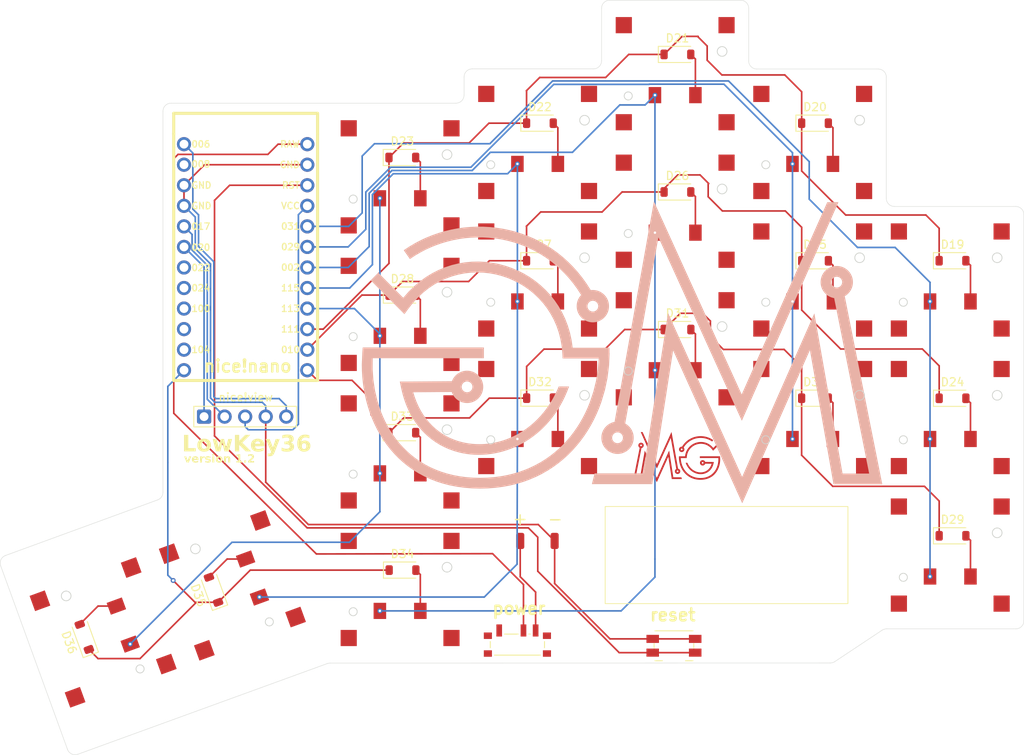
<source format=kicad_pcb>
(kicad_pcb (version 20240108) (generator "pcbnew") (generator_version "8.0")
  (title_block (title "LowKey36") (date "2024-11-16") (rev "1.2") (company "mattgilbert.co") (comment 1 "Matt Gilbert"))
  (layers (0 "F.Cu" signal) (31 "B.Cu" signal) (34 "B.Paste" user) (35 "F.Paste" user) (36 "B.SilkS" user "B.Silkscreen") (37 "F.SilkS" user "F.Silkscreen") (38 "B.Mask" user) (39 "F.Mask" user) (44 "Edge.Cuts" user))
  (net 0 "")
  (net 1 "row4")
  (net 2 "Net-(D19-A)")
  (net 3 "Net-(D20-A)")
  (net 4 "Net-(D21-A)")
  (net 5 "Net-(D22-A)")
  (net 6 "Net-(D23-A)")
  (net 7 "Net-(D24-A)")
  (net 8 "row5")
  (net 9 "Net-(D25-A)")
  (net 10 "Net-(D26-A)")
  (net 11 "Net-(D27-A)")
  (net 12 "Net-(D28-A)")
  (net 13 "Net-(D29-A)")
  (net 14 "row6")
  (net 15 "Net-(D30-A)")
  (net 16 "Net-(D31-A)")
  (net 17 "Net-(D32-A)")
  (net 18 "Net-(D33-A)")
  (net 19 "Net-(D34-A)")
  (net 20 "row7")
  (net 21 "Net-(D35-A)")
  (net 22 "Net-(D36-A)")
  (net 23 "cs2")
  (net 24 "mosi2")
  (net 25 "sck2")
  (net 26 "Net-(Jbatt2-Pin_1)")
  (net 28 "rst2")
  (net 29 "col9")
  (net 30 "col8")
  (net 31 "col7")
  (net 32 "col6")
  (net 33 "col5")
  (net 40 "GND2")
  (net 41 "VCC2")
  (net 42 "+BATT2")
  (footprint "PG1316S:CPG1316S-1.5w" (layer "F.Cu") (at 170.504362 122.175594 110)
    (property "Reference" "SW35" (hide yes))
    (property "Value" "SW_Push" (hide yes))
    (fp_circle (center 5.799999 -2.750002) (end 6.4 -2.75) (stroke (width 0.1)) (fill none) (layer "Edge.Cuts"))
    (fp_circle (center -5.799999 2.750002) (end -5.300001 2.75) (stroke (width 0.1)) (fill none) (layer "Edge.Cuts"))
  )
  (footprint "PG1316S:CPG1316S01D02" (layer "F.Cu") (at 191.235877 105.681503)
    (property "Reference" "SW33" (hide yes))
    (property "Value" "SW_Push" (hide yes))
    (fp_circle (center -5.8 2.75) (end -5.3 2.75) (stroke (width 0.1)) (fill none) (layer "Edge.Cuts"))
    (fp_circle (center 5.8 -2.75) (end 6.4 -2.75) (stroke (width 0.1)) (fill none) (layer "Edge.Cuts"))
  )
  (footprint "Diode_SMD:D_SOD-123" (layer "F.Cu") (at 191.536443 120.289401)
    (property "Reference" "D34")
    (property "Value" "D")
  )
  (footprint "PG1316S:CPG1316S01D02" (layer "F.Cu") (at 191.235877 88.681503)
    (property "Reference" "SW28" (hide yes))
    (property "Value" "SW_Push" (hide yes))
    (fp_circle (center -5.8 2.75) (end -5.3 2.75) (stroke (width 0.1)) (fill none) (layer "Edge.Cuts"))
    (fp_circle (center 5.8 -2.75) (end 6.4 -2.75) (stroke (width 0.1)) (fill none) (layer "Edge.Cuts"))
  )
  (footprint "PG1316S:CPG1316S01D02" (layer "F.Cu") (at 259.235877 84.431503)
    (property "Reference" "SW19" (hide yes))
    (property "Value" "SW_Push" (hide yes))
    (fp_circle (center -5.8 2.75) (end -5.3 2.75) (stroke (width 0.1)) (fill none) (layer "Edge.Cuts"))
    (fp_circle (center 5.8 -2.75) (end 6.4 -2.75) (stroke (width 0.1)) (fill none) (layer "Edge.Cuts"))
  )
  (footprint "Connector_Wire:SolderWirePad_1x01_SMD_1x2mm" (layer "F.Cu") (at 206.085877 116.681503)
    (property "Reference" "Jbatt2" (hide yes))
    (property "Value" "Conn_01x01" (hide yes))
  )
  (footprint "Diode_SMD:D_SOD-123" (layer "F.Cu") (at 208.526021 99.035441)
    (property "Reference" "D32")
    (property "Value" "D")
  )
  (footprint "Diode_SMD:D_SOD-123" (layer "F.Cu") (at 242.521653 82.055387)
    (property "Reference" "D25")
    (property "Value" "D")
  )
  (footprint "Diode_SMD:D_SOD-123" (layer "F.Cu") (at 259.51716 99.052682)
    (property "Reference" "D24")
    (property "Value" "D")
  )
  (footprint "PG1316S:CPG1316S01D02" (layer "F.Cu") (at 225.235877 58.931503)
    (property "Reference" "SW21" (hide yes))
    (property "Value" "SW_Push" (hide yes))
    (fp_circle (center -5.8 2.75) (end -5.3 2.75) (stroke (width 0.1)) (fill none) (layer "Edge.Cuts"))
    (fp_circle (center 5.8 -2.75) (end 6.4 -2.75) (stroke (width 0.1)) (fill none) (layer "Edge.Cuts"))
  )
  (footprint "Diode_SMD:D_SOD-123" (layer "F.Cu") (at 191.511771 69.290692)
    (property "Reference" "D23")
    (property "Value" "D")
  )
  (footprint "PG1316S:CPG1316S-1.5w" (layer "F.Cu") (at 154.529588 127.989936 110)
    (property "Reference" "SW36" (hide yes))
    (property "Value" "SW_Push" (hide yes))
    (fp_circle (center 5.799999 -2.750002) (end 6.4 -2.75) (stroke (width 0.1)) (fill none) (layer "Edge.Cuts"))
    (fp_circle (center -5.799999 2.750002) (end -5.300001 2.75) (stroke (width 0.1)) (fill none) (layer "Edge.Cuts"))
  )
  (footprint "Diode_SMD:D_SOD-123" (layer "F.Cu") (at 208.516129 82.049351)
    (property "Reference" "D27")
    (property "Value" "D")
  )
  (footprint "PG1316S:CPG1316S01D02" (layer "F.Cu") (at 242.235877 67.431503)
    (property "Reference" "SW20" (hide yes))
    (property "Value" "SW_Push" (hide yes))
    (fp_circle (center -5.8 2.75) (end -5.3 2.75) (stroke (width 0.1)) (fill none) (layer "Edge.Cuts"))
    (fp_circle (center 5.8 -2.75) (end 6.4 -2.75) (stroke (width 0.1)) (fill none) (layer "Edge.Cuts"))
  )
  (footprint "Connector_Wire:SolderWirePad_1x01_SMD_1x2mm" (layer "F.Cu") (at 210.335877 116.681503)
    (property "Reference" "Jgnd2" (hide yes))
    (property "Value" "Conn_01x01" (hide yes))
  )
  (footprint "PG1316S:CPG1316S01D02" (layer "F.Cu") (at 191.235877 71.681503)
    (property "Reference" "SW23" (hide yes))
    (property "Value" "SW_Push" (hide yes))
    (fp_circle (center -5.8 2.75) (end -5.3 2.75) (stroke (width 0.1)) (fill none) (layer "Edge.Cuts"))
    (fp_circle (center 5.8 -2.75) (end 6.4 -2.75) (stroke (width 0.1)) (fill none) (layer "Edge.Cuts"))
  )
  (footprint "Diode_SMD:D_SOD-123" (layer "F.Cu") (at 259.51672 116.04713)
    (property "Reference" "D29")
    (property "Value" "D")
  )
  (footprint "Diode_SMD:D_SOD-123" (layer "F.Cu") (at 152.205639 128.544991 110)
    (property "Reference" "D36")
    (property "Value" "D")
  )
  (footprint "PG1316S:CPG1316S01D02" (layer "F.Cu") (at 208.235877 84.431503)
    (property "Reference" "SW27" (hide yes))
    (property "Value" "SW_Push" (hide yes))
    (fp_circle (center -5.8 2.75) (end -5.3 2.75) (stroke (width 0.1)) (fill none) (layer "Edge.Cuts"))
    (fp_circle (center 5.8 -2.75) (end 6.4 -2.75) (stroke (width 0.1)) (fill none) (layer "Edge.Cuts"))
  )
  (footprint "nice-nano-kicad:nice_nano" (layer "F.Cu") (at 172.144654 81.612691 -90)
    (property "Reference" "U2" (hide yes))
    (property "Value" "Nice_Nano_V2" (hide yes))
  )
  (footprint "PG1316S:CPG1316S01D02" (layer "F.Cu") (at 259.235877 118.431503)
    (property "Reference" "SW29" (hide yes))
    (property "Value" "SW_Push" (hide yes))
    (fp_circle (center -5.8 2.75) (end -5.3 2.75) (stroke (width 0.1)) (fill none) (layer "Edge.Cuts"))
    (fp_circle (center 5.8 -2.75) (end 6.4 -2.75) (stroke (width 0.1)) (fill none) (layer "Edge.Cuts"))
  )
  (footprint "Diode_SMD:D_SOD-123" (layer "F.Cu") (at 168.175914 122.718155 110)
    (property "Reference" "D35")
    (property "Value" "D")
  )
  (footprint "Diode_SMD:D_SOD-123" (layer "F.Cu") (at 225.513244 56.550326)
    (property "Reference" "D21")
    (property "Value" "D")
  )
  (footprint "Diode_SMD:D_SOD-123" (layer "F.Cu") (at 242.514063 99.043182)
    (property "Reference" "D30")
    (property "Value" "D")
  )
  (footprint "PG1316S:CPG1316S01D02" (layer "F.Cu") (at 225.235877 75.931503)
    (property "Reference" "SW26" (hide yes))
    (property "Value" "SW_Push" (hide yes))
    (fp_circle (center -5.8 2.75) (end -5.3 2.75) (stroke (width 0.1)) (fill none) (layer "Edge.Cuts"))
    (fp_circle (center 5.8 -2.75) (end 6.4 -2.75) (stroke (width 0.1)) (fill none) (layer "Edge.Cuts"))
  )
  (footprint "PG1316S:CPG1316S01D02" (layer "F.Cu") (at 242.235877 84.431503)
    (property "Reference" "SW25" (hide yes))
    (property "Value" "SW_Push" (hide yes))
    (fp_circle (center -5.8 2.75) (end -5.3 2.75) (stroke (width 0.1)) (fill none) (layer "Edge.Cuts"))
    (fp_circle (center 5.8 -2.75) (end 6.4 -2.75) (stroke (width 0.1)) (fill none) (layer "Edge.Cuts"))
  )
  (footprint "nice_view:nice_view" (layer "F.Cu") (at 172.085877 84.806503)
    (property "Reference" "Display2")
    (property "Value" "nice!view")
  )
  (footprint "PG1316S:CPG1316S01D02" (layer "F.Cu") (at 191.235877 122.681503)
    (property "Reference" "SW34" (hide yes))
    (property "Value" "SW_Push" (hide yes))
    (fp_circle (center -5.8 2.75) (end -5.3 2.75) (stroke (width 0.1)) (fill none) (layer "Edge.Cuts"))
    (fp_circle (center 5.8 -2.75) (end 6.4 -2.75) (stroke (width 0.1)) (fill none) (layer "Edge.Cuts"))
  )
  (footprint "PG1316S:CPG1316S01D02" (layer "F.Cu") (at 208.235877 67.431503)
    (property "Reference" "SW22" (hide yes))
    (property "Value" "SW_Push" (hide yes))
    (fp_circle (center -5.8 2.75) (end -5.3 2.75) (stroke (width 0.1)) (fill none) (layer "Edge.Cuts"))
    (fp_circle (center 5.8 -2.75) (end 6.4 -2.75) (stroke (width 0.1)) (fill none) (layer "Edge.Cuts"))
  )
  (footprint "SSSS811101:SW_SSSS811101" (layer "F.Cu") (at 205.735932 129.500132)
    (property "Reference" "pwr2" (hide yes))
    (property "Value" "MSK12C02")
  )
  (footprint "Diode_SMD:D_SOD-123" (layer "F.Cu") (at 208.517285 65.047911)
    (property "Reference" "D22")
    (property "Value" "D")
  )
  (footprint "PG1316S:CPG1316S01D02" (layer "F.Cu") (at 259.235877 101.431503)
    (property "Reference" "SW24" (hide yes))
    (property "Value" "SW_Push" (hide yes))
    (fp_circle (center -5.8 2.75) (end -5.3 2.75) (stroke (width 0.1)) (fill none) (layer "Edge.Cuts"))
    (fp_circle (center 5.8 -2.75) (end 6.4 -2.75) (stroke (width 0.1)) (fill none) (layer "Edge.Cuts"))
  )
  (footprint "PG1316S:CPG1316S01D02" (layer "F.Cu") (at 242.235877 101.431503)
    (property "Reference" "SW30" (hide yes))
    (property "Value" "SW_Push" (hide yes))
    (fp_circle (center -5.8 2.75) (end -5.3 2.75) (stroke (width 0.1)) (fill none) (layer "Edge.Cuts"))
    (fp_circle (center 5.8 -2.75) (end 6.4 -2.75) (stroke (width 0.1)) (fill none) (layer "Edge.Cuts"))
  )
  (footprint "Diode_SMD:D_SOD-123" (layer "F.Cu") (at 225.524778 90.551195)
    (property "Reference" "D31")
    (property "Value" "D")
  )
  (footprint "Diode_SMD:D_SOD-123" (layer "F.Cu") (at 191.510986 103.302354)
    (property "Reference" "D33")
    (property "Value" "D")
  )
  (footprint "PG1316S:CPG1316S01D02" (layer "F.Cu") (at 208.235877 101.431503)
    (property "Reference" "SW32" (hide yes))
    (property "Value" "SW_Push" (hide yes))
    (fp_circle (center -5.8 2.75) (end -5.3 2.75) (stroke (width 0.1)) (fill none) (layer "Edge.Cuts"))
    (fp_circle (center 5.8 -2.75) (end 6.4 -2.75) (stroke (width 0.1)) (fill none) (layer "Edge.Cuts"))
  )
  (footprint "Diode_SMD:D_SOD-123" (layer "F.Cu") (at 225.516431 73.55271)
    (property "Reference" "D26")
    (property "Value" "D")
  )
  (footprint "PG1316S:CPG1316S01D02" (layer "F.Cu") (at 225.235877 92.931503)
    (property "Reference" "SW31" (hide yes))
    (property "Value" "SW_Push" (hide yes))
    (fp_circle (center -5.8 2.75) (end -5.3 2.75) (stroke (width 0.1)) (fill none) (layer "Edge.Cuts"))
    (fp_circle (center 5.8 -2.75) (end 6.4 -2.75) (stroke (width 0.1)) (fill none) (layer "Edge.Cuts"))
  )
  (footprint "Diode_SMD:D_SOD-123" (layer "F.Cu") (at 191.521232 86.296361)
    (property "Reference" "D28")
    (property "Value" "D")
  )
  (footprint "Diode_SMD:D_SOD-123" (layer "F.Cu") (at 259.513626 82.049004)
    (property "Reference" "D19")
    (property "Value" "D")
  )
  (footprint "Button_Switch_SMD:Panasonic_EVQPUJ_EVQPUA" (layer "F.Cu") (at 225.084029 129.640914 180)
    (property "Reference" "rst2" (hide yes))
    (property "Value" "SW_Push")
  )
  (footprint "Diode_SMD:D_SOD-123" (layer "F.Cu") (at 242.518527 65.049554)
    (property "Reference" "D20")
    (property "Value" "D")
  )
  (gr_poly (pts (xy 228.559214 103.735337) (xy 228.692489 103.747269) (xy 228.824999 103.765658) (xy 228.956462 103.790467) (xy 229.086596 103.821663) (xy 229.21512 103.85921) (xy 229.341751 103.903073) (xy 229.466208 103.953217) (xy 229.588209 104.009608) (xy 229.707471 104.07221) (xy 229.823714 104.140988) (xy 229.936655 104.215908) (xy 229.809185 104.397685) (xy 229.705921 104.329173) (xy 229.59965 104.266261) (xy 229.490626 104.208981) (xy 229.379107 104.157364) (xy 229.265347 104.111442) (xy 229.149602 104.071245) (xy 229.032129 104.036806) (xy 228.913183 104.008154) (xy 228.79302 103.985323) (xy 228.671896 103.968343) (xy 228.550066 103.957245) (xy 228.427786 103.95206) (xy 228.305312 103.952821) (xy 228.182901 103.959559) (xy 228.060806 103.972304) (xy 227.939286 103.991088) (xy 227.818594 104.015943) (xy 227.698988 104.046899) (xy 227.580722 104.083989) (xy 227.464053 104.127243) (xy 227.349236 104.176692) (xy 227.236527 104.232369) (xy 227.126183 104.294305) (xy 227.018458 104.36253) (xy 226.913608 104.437076) (xy 226.81189 104.517975) (xy 226.71356 104.605257) (xy 226.618872 104.698954) (xy 226.528082 104.799098) (xy 226.441448 104.90572) (xy 226.359223 105.018851) (xy 226.281665 105.138523) (xy 226.292101 105.149976) (xy 226.302002 105.161907) (xy 226.311349 105.174297) (xy 226.320124 105.187125) (xy 226.328306 105.200374) (xy 226.335878 105.214023) (xy 226.342819 105.228055) (xy 226.34911 105.242449) (xy 226.354734 105.257186) (xy 226.359669 105.272248) (xy 226.363898 105.287614) (xy 226.367401 105.303267) (xy 226.370158 105.319187) (xy 226.372152 105.335354) (xy 226.373362 105.35175) (xy 226.373769 105.368355) (xy 226.373336 105.385481) (xy 226.372049 105.402384) (xy 226.369929 105.419042) (xy 226.366998 105.435434) (xy 226.363277 105.45154) (xy 226.358786 105.467339) (xy 226.353547 105.482809) (xy 226.34758 105.497929) (xy 226.340907 105.512679) (xy 226.333549 105.527038) (xy 226.325526 105.540984) (xy 226.31686 105.554496) (xy 226.307571 105.567554) (xy 226.297681 105.580137) (xy 226.28721 105.592223) (xy 226.27618 105.603791) (xy 226.264611 105.614821) (xy 226.252525 105.625292) (xy 226.239943 105.635182) (xy 226.226885 105.644471) (xy 226.213372 105.653137) (xy 226.199426 105.66116) (xy 226.185068 105.668518) (xy 226.170318 105.675191) (xy 226.155197 105.681158) (xy 226.139727 105.686397) (xy 226.123929 105.690888) (xy 226.107823 105.694609) (xy 226.09143 105.69754) (xy 226.074772 105.699659) (xy 226.057869 105.700947) (xy 226.040743 105.70138) (xy 226.023616 105.700947) (xy 226.006713 105.699659) (xy 225.990054 105.69754) (xy 225.973661 105.694609) (xy 225.957554 105.690888) (xy 225.941755 105.686397) (xy 225.926285 105.681158) (xy 225.911164 105.675191) (xy 225.896414 105.668518) (xy 225.882055 105.66116) (xy 225.868109 105.653137) (xy 225.854597 105.644471) (xy 225.841539 105.635182) (xy 225.828957 105.625292) (xy 225.816871 105.614821) (xy 225.805302 105.603791) (xy 225.794273 105.592223) (xy 225.783802 105.580137) (xy 225.773912 105.567554) (xy 225.764624 105.554496) (xy 225.755958 105.540984) (xy 225.747936 105.527038) (xy 225.740577 105.512679) (xy 225.733905 105.497929) (xy 225.727939 105.482809) (xy 225.7227 105.467339) (xy 225.718209 105.45154) (xy 225.714488 105.435434) (xy 225.711558 105.419042) (xy 225.709438 105.402384) (xy 225.708151 105.385481) (xy 225.707718 105.368355) (xy 225.929735 105.368355) (xy 225.929879 105.374063) (xy 225.930308 105.379698) (xy 225.931015 105.38525) (xy 225.931992 105.390715) (xy 225.933232 105.396083) (xy 225.934729 105.401349) (xy 225.936476 105.406506) (xy 225.938464 105.411546) (xy 225.940689 105.416463) (xy 225.943142 105.421249) (xy 225.945816 105.425898) (xy 225.948705 105.430402) (xy 225.951801 105.434754) (xy 225.955098 105.438949) (xy 225.958588 105.442977) (xy 225.962265 105.446833) (xy 225.966121 105.45051) (xy 225.970149 105.454) (xy 225.974344 105.457297) (xy 225.978696 105.460393) (xy 225.9832 105.463282) (xy 225.987849 105.465956) (xy 225.992635 105.468409) (xy 225.997552 105.470633) (xy 226.002592 105.472622) (xy 226.007749 105.474369) (xy 226.013015 105.475865) (xy 226.018384 105.477106) (xy 226.023848 105.478083) (xy 226.0294 105.478789) (xy 226.035035 105.479218) (xy 226.040743 105.479363) (xy 226.046452 105.479218) (xy 226.052086 105.478789) (xy 226.057639 105.478083) (xy 226.063103 105.477106) (xy 226.068472 105.475865) (xy 226.073738 105.474369) (xy 226.078895 105.472622) (xy 226.083935 105.470633) (xy 226.088852 105.468409) (xy 226.093638 105.465956) (xy 226.098287 105.463282) (xy 226.102791 105.460393) (xy 226.107144 105.457297) (xy 226.111338 105.454) (xy 226.115366 105.45051) (xy 226.119223 105.446833) (xy 226.122899 105.442977) (xy 226.126389 105.438949) (xy 226.129686 105.434754) (xy 226.132782 105.430402) (xy 226.135671 105.425898) (xy 226.138345 105.421249) (xy 226.140798 105.416463) (xy 226.143023 105.411546) (xy 226.145011 105.406506) (xy 226.146758 105.401349) (xy 226.148255 105.396083) (xy 226.149495 105.390715) (xy 226.150472 105.38525) (xy 226.151179 105.379698) (xy 226.151608 105.374063) (xy 226.151752 105.368355) (xy 226.151608 105.362646) (xy 226.151179 105.357012) (xy 226.150472 105.351459) (xy 226.149495 105.345995) (xy 226.148255 105.340626) (xy 226.146758 105.33536) (xy 226.145011 105.330203) (xy 226.143023 105.325163) (xy 226.140798 105.320246) (xy 226.138345 105.31546) (xy 226.135671 105.310812) (xy 226.132782 105.306308) (xy 226.129686 105.301955) (xy 226.126389 105.297761) (xy 226.122899 105.293732) (xy 226.119223 105.289876) (xy 226.115366 105.286199) (xy 226.111338 105.282709) (xy 226.107144 105.279412) (xy 226.102791 105.276316) (xy 226.098287 105.273427) (xy 226.093638 105.270753) (xy 226.088852 105.2683) (xy 226.083935 105.266076) (xy 226.078895 105.264087) (xy 226.073738 105.26234) (xy 226.068472 105.260844) (xy 226.063103 105.259603) (xy 226.057639 105.258626) (xy 226.052086 105.25792) (xy 226.046452 105.257491) (xy 226.040743 105.257346) (xy 226.035035 105.257491) (xy 226.0294 105.25792) (xy 226.023848 105.258626) (xy 226.018384 105.259603) (xy 226.013015 105.260844) (xy 226.007749 105.26234) (xy 226.002592 105.264087) (xy 225.997552 105.266076) (xy 225.992635 105.2683) (xy 225.987849 105.270753) (xy 225.9832 105.273427) (xy 225.978696 105.276316) (xy 225.974344 105.279412) (xy 225.970149 105.282709) (xy 225.966121 105.286199) (xy 225.962265 105.289876) (xy 225.958588 105.293732) (xy 225.955098 105.297761) (xy 225.951801 105.301955) (xy 225.948705 105.306308) (xy 225.945816 105.310812) (xy 225.943142 105.31546) (xy 225.940689 105.320246) (xy 225.938464 105.325163) (xy 225.936476 105.330203) (xy 225.934729 105.33536) (xy 225.933232 105.340626) (xy 225.931992 105.345995) (xy 225.931015 105.351459) (xy 225.930308 105.357012) (xy 225.929879 105.362646) (xy 225.929735 105.368355) (xy 225.707718 105.368355) (xy 225.708151 105.351228) (xy 225.709438 105.334326) (xy 225.711558 105.317668) (xy 225.714488 105.301275) (xy 225.718209 105.285169) (xy 225.7227 105.269371) (xy 225.727939 105.253901) (xy 225.733905 105.23878) (xy 225.740577 105.22403) (xy 225.747936 105.209672) (xy 225.755958 105.195726) (xy 225.764624 105.182213) (xy 225.773912 105.169155) (xy 225.783802 105.156573) (xy 225.794273 105.144486) (xy 225.805302 105.132918) (xy 225.816871 105.121888) (xy 225.828957 105.111417) (xy 225.841539 105.101527) (xy 225.854597 105.092238) (xy 225.868109 105.083572) (xy 225.882055 105.075549) (xy 225.896414 105.068191) (xy 225.911164 105.061518) (xy 225.926285 105.055551) (xy 225.941755 105.050312) (xy 225.957554 105.045821) (xy 225.973661 105.0421) (xy 225.990054 105.039169) (xy 226.006713 105.03705) (xy 226.023616 105.035762) (xy 226.040743 105.035329) (xy 226.046095 105.035371) (xy 226.051426 105.035497) (xy 226.056737 105.035706) (xy 226.062026 105.035998) (xy 226.067294 105.036372) (xy 226.072539 105.036828) (xy 226.077761 105.037365) (xy 226.08296 105.037982) (xy 226.167184 104.906266) (xy 226.256563 104.781739) (xy 226.350814 104.664368) (xy 226.449655 104.554116) (xy 226.552806 104.45095) (xy 226.659984 104.354834) (xy 226.770907 104.265732) (xy 226.885293 104.183611) (xy 227.00286 104.108436) (xy 227.123327 104.04017) (xy 227.246412 103.97878) (xy 227.371832 103.924231) (xy 227.499307 103.876486) (xy 227.628553 103.835513) (xy 227.759289 103.801275) (xy 227.891234 103.773737) (xy 228.024105 103.752866) (xy 228.15762 103.738625) (xy 228.291498 103.730979) (xy 228.425457 103.729895)) (stroke (width -0.000001)) (fill solid) (layer "F.Cu"))
  (gr_poly (pts (xy 225.593191 107.752109) (xy 225.607571 107.75512) (xy 225.621717 107.758743) (xy 225.635614 107.762964) (xy 225.649249 107.767767) (xy 225.662606 107.773138) (xy 225.675671 107.779062) (xy 225.688429 107.785526) (xy 225.700865 107.792513) (xy 225.712965 107.80001) (xy 225.724715 107.808002) (xy 225.7361 107.816475) (xy 225.747104 107.825413) (xy 225.757715 107.834802) (xy 225.767916 107.844628) (xy 225.777693 107.854876) (xy 225.787033 107.865531) (xy 225.795919 107.876579) (xy 225.804338 107.888005) (xy 225.812275 107.899795) (xy 225.819715 107.911934) (xy 225.826644 107.924406) (xy 225.833047 107.937199) (xy 225.838909 107.950297) (xy 225.844217 107.963685) (xy 225.848955 107.977349) (xy 225.853108 107.991274) (xy 225.856662 108.005446) (xy 225.859603 108.01985) (xy 225.861916 108.034472) (xy 225.863586 108.049296) (xy 225.864599 108.064309) (xy 225.86494 108.079495) (xy 225.864506 108.096622) (xy 225.863219 108.113525) (xy 225.8611 108.130184) (xy 225.858169 108.146578) (xy 225.854447 108.162684) (xy 225.849957 108.178483) (xy 225.844718 108.193953) (xy 225.838751 108.209074) (xy 225.832078 108.223824) (xy 225.82472 108.238183) (xy 225.816697 108.252129) (xy 225.808031 108.265641) (xy 225.798742 108.278699) (xy 225.788852 108.291282) (xy 225.778381 108.303368) (xy 225.767351 108.314936) (xy 225.755782 108.325966) (xy 225.743696 108.336436) (xy 225.731114 108.346326) (xy 225.718056 108.355615) (xy 225.704543 108.364281) (xy 225.690597 108.372303) (xy 225.676239 108.379661) (xy 225.661489 108.386334) (xy 225.646369 108.3923) (xy 225.630899 108.397539) (xy 225.6151 108.402029) (xy 225.598994 108.405751) (xy 225.582601 108.408681) (xy 225.565943 108.410801) (xy 225.549041 108.412088) (xy 225.531915 108.412521) (xy 225.514787 108.412088) (xy 225.497884 108.410801) (xy 225.481225 108.408681) (xy 225.464832 108.405751) (xy 225.448725 108.402029) (xy 225.432926 108.397539) (xy 225.417456 108.3923) (xy 225.402335 108.386334) (xy 225.387585 108.379661) (xy 225.373226 108.372303) (xy 225.35928 108.364281) (xy 225.345768 108.355615) (xy 225.33271 108.346326) (xy 225.320128 108.336436) (xy 225.308042 108.325966) (xy 225.296473 108.314936) (xy 225.285444 108.303368) (xy 225.274973 108.291282) (xy 225.265083 108.278699) (xy 225.255795 108.265641) (xy 225.247129 108.252129) (xy 225.239106 108.238183) (xy 225.231748 108.223824) (xy 225.225076 108.209074) (xy 225.219109 108.193953) (xy 225.213871 108.178483) (xy 225.20938 108.162684) (xy 225.205659 108.146578) (xy 225.202728 108.130184) (xy 225.200609 108.113525) (xy 225.199322 108.096622) (xy 225.198888 108.079495) (xy 225.420906 108.079495) (xy 225.42105 108.085204) (xy 225.421479 108.090839) (xy 225.422186 108.096393) (xy 225.423163 108.101858) (xy 225.424403 108.107227) (xy 225.4259 108.112493) (xy 225.427646 108.11765) (xy 225.429635 108.122691) (xy 225.43186 108.127608) (xy 225.434312 108.132394) (xy 225.436987 108.137043) (xy 225.439875 108.141547) (xy 225.442972 108.145899) (xy 225.446268 108.150093) (xy 225.449759 108.154122) (xy 225.453435 108.157978) (xy 225.457292 108.161654) (xy 225.46132 108.165144) (xy 225.465514 108.168441) (xy 225.469867 108.171537) (xy 225.474371 108.174425) (xy 225.47902 108.177099) (xy 225.483806 108.179552) (xy 225.488723 108.181776) (xy 225.493763 108.183764) (xy 225.49892 108.18551) (xy 225.504186 108.187007) (xy 225.509555 108.188247) (xy 225.515019 108.189224) (xy 225.520572 108.18993) (xy 225.526206 108.190359) (xy 225.531915 108.190504) (xy 225.537623 108.190359) (xy 225.543257 108.18993) (xy 225.54881 108.189224) (xy 225.554274 108.188247) (xy 225.559643 108.187007) (xy 225.564909 108.18551) (xy 225.570066 108.183764) (xy 225.575106 108.181776) (xy 225.580022 108.179552) (xy 225.584809 108.177099) (xy 225.589457 108.174425) (xy 225.593961 108.171537) (xy 225.598314 108.168441) (xy 225.602508 108.165144) (xy 225.606537 108.161654) (xy 225.610393 108.157978) (xy 225.61407 108.154122) (xy 225.61756 108.150093) (xy 225.620857 108.145899) (xy 225.623953 108.141547) (xy 225.626842 108.137043) (xy 225.629516 108.132394) (xy 225.631969 108.127608) (xy 225.634193 108.122691) (xy 225.636182 108.11765) (xy 225.637928 108.112493) (xy 225.639425 108.107227) (xy 225.640666 108.101858) (xy 225.641643 108.096393) (xy 225.642349 108.090839) (xy 225.642778 108.085204) (xy 225.642923 108.079495) (xy 225.642778 108.073786) (xy 225.642349 108.068152) (xy 225.641643 108.062599) (xy 225.640666 108.057135) (xy 225.639425 108.051766) (xy 225.637928 108.0465) (xy 225.636182 108.041343) (xy 225.634193 108.036303) (xy 225.631969 108.031387) (xy 225.629516 108.026601) (xy 225.626842 108.021952) (xy 225.623953 108.017448) (xy 225.620857 108.013095) (xy 225.61756 108.008901) (xy 225.61407 108.004872) (xy 225.610393 108.001016) (xy 225.606537 107.997339) (xy 225.602508 107.993849) (xy 225.598314 107.990553) (xy 225.593961 107.987456) (xy 225.589457 107.984568) (xy 225.584809 107.981893) (xy 225.580022 107.979441) (xy 225.575106 107.977216) (xy 225.570066 107.975227) (xy 225.564909 107.973481) (xy 225.559643 107.971984) (xy 225.554274 107.970744) (xy 225.54881 107.969767) (xy 225.543257 107.96906) (xy 225.537623 107.968631) (xy 225.531915 107.968487) (xy 225.526206 107.968631) (xy 225.520572 107.96906) (xy 225.515019 107.969767) (xy 225.509555 107.970744) (xy 225.504186 107.971984) (xy 225.49892 107.973481) (xy 225.493763 107.975227) (xy 225.488723 107.977216) (xy 225.483806 107.979441) (xy 225.47902 107.981893) (xy 225.474371 107.984568) (xy 225.469867 107.987456) (xy 225.465514 107.990553) (xy 225.46132 107.993849) (xy 225.457292 107.997339) (xy 225.453435 108.001016) (xy 225.449759 108.004872) (xy 225.446268 108.008901) (xy 225.442972 108.013095) (xy 225.439875 108.017448) (xy 225.436987 108.021952) (xy 225.434312 108.026601) (xy 225.43186 108.031387) (xy 225.429635 108.036303) (xy 225.427646 108.041343) (xy 225.4259 108.0465) (xy 225.424403 108.051766) (xy 225.423163 108.057135) (xy 225.422186 108.062599) (xy 225.421479 108.068152) (xy 225.42105 108.073786) (xy 225.420906 108.079495) (xy 225.198888 108.079495) (xy 225.199095 108.067677) (xy 225.199709 108.055962) (xy 225.200724 108.044357) (xy 225.202133 108.032868) (xy 225.20393 108.021503) (xy 225.206107 108.010269) (xy 225.208657 107.999172) (xy 225.211574 107.988218) (xy 225.214852 107.977416) (xy 225.218482 107.966772) (xy 225.222458 107.956292) (xy 225.226774 107.945984) (xy 225.231422 107.935854) (xy 225.236396 107.925909) (xy 225.241688 107.916157) (xy 225.247292 107.906603) (xy 225.253202 107.897255) (xy 225.259409 107.88812) (xy 225.265908 107.879204) (xy 225.272691 107.870515) (xy 225.279752 107.862058) (xy 225.287084 107.853842) (xy 225.294679 107.845873) (xy 225.302532 107.838157) (xy 225.310635 107.830702) (xy 225.318981 107.823514) (xy 225.327563 107.816601) (xy 225.336375 107.809968) (xy 225.34541 107.803624) (xy 225.354661 107.797575) (xy 225.36412 107.791827) (xy 225.373782 107.786388) (xy 224.689615 103.950609) (xy 222.971601 107.729563) (xy 220.980762 103.225767) (xy 221.211827 103.226577) (xy 222.974454 107.186864) (xy 224.782862 103.209038)) (stroke (width -0.000001)) (fill solid) (layer "F.Cu"))
  (gr_poly (pts (xy 228.529163 104.451761) (xy 228.668915 104.464607) (xy 228.808145 104.487808) (xy 228.946297 104.521562) (xy 229.082818 104.566065) (xy 229.217153 104.621516) (xy 229.348747 104.688112) (xy 229.477046 104.76605) (xy 229.601496 104.855527) (xy 229.721542 104.956742) (xy 229.836629 105.06989) (xy 229.946203 105.19517) (xy 230.263869 104.877274) (xy 230.45964 104.68019) (xy 230.615495 104.838333) (xy 230.013429 105.441387) (xy 229.921371 105.533458) (xy 229.845018 105.427989) (xy 229.747589 105.303593) (xy 229.644446 105.191049) (xy 229.536151 105.090159) (xy 229.423262 105.000724) (xy 229.30634 104.922546) (xy 229.185942 104.855427) (xy 229.06263 104.799167) (xy 228.936961 104.753568) (xy 228.809497 104.718433) (xy 228.680796 104.693562) (xy 228.551418 104.678757) (xy 228.421922 104.67382) (xy 228.292869 104.678552) (xy 228.164816 104.692755) (xy 228.038325 104.716231) (xy 227.913953 104.74878) (xy 227.792262 104.790204) (xy 227.67381 104.840306) (xy 227.559157 104.898886) (xy 227.448862 104.965747) (xy 227.343485 105.040689) (xy 227.243585 105.123514) (xy 227.149722 105.214024) (xy 227.062456 105.312021) (xy 226.982345 105.417305) (xy 226.90995 105.529679) (xy 226.845829 105.648944) (xy 226.790543 105.774901) (xy 226.74465 105.907353) (xy 226.708711 106.046101) (xy 226.683284 106.190945) (xy 226.66893 106.341689) (xy 226.663047 106.44647) (xy 225.919578 106.44647) (xy 225.937986 106.675735) (xy 225.974695 106.903429) (xy 226.02962 107.127727) (xy 226.102681 107.346806) (xy 226.145986 107.453819) (xy 226.193795 107.558842) (xy 226.246096 107.661649) (xy 226.30288 107.76201) (xy 226.364135 107.859699) (xy 226.429853 107.954487) (xy 226.500022 108.046145) (xy 226.574632 108.134447) (xy 226.653674 108.219164) (xy 226.737136 108.300067) (xy 226.825009 108.37693) (xy 226.917282 108.449523) (xy 227.013945 108.51762) (xy 227.114987 108.580991) (xy 227.220399 108.639409) (xy 227.33017 108.692646) (xy 227.44429 108.740473) (xy 227.562748 108.782664) (xy 227.685534 108.818989) (xy 227.812639 108.849221) (xy 227.944051 108.873131) (xy 228.07976 108.890493) (xy 228.219757 108.901077) (xy 228.36403 108.904655) (xy 228.510383 108.900932) (xy 228.651426 108.889932) (xy 228.787193 108.87191) (xy 228.917716 108.847121) (xy 229.043027 108.81582) (xy 229.163159 108.778263) (xy 229.278145 108.734703) (xy 229.388016 108.685397) (xy 229.492805 108.630598) (xy 229.592545 108.570562) (xy 229.687268 108.505544) (xy 229.777006 108.435799) (xy 229.861792 108.361581) (xy 229.941659 108.283146) (xy 230.016638 108.200749) (xy 230.086763 108.114645) (xy 230.152065 108.025088) (xy 230.212577 107.932333) (xy 230.268332 107.836636) (xy 230.319362 107.738252) (xy 230.365699 107.637434) (xy 230.407376 107.534439) (xy 230.47688 107.322936) (xy 230.528133 107.105782) (xy 230.561393 106.885016) (xy 230.576921 106.662679) (xy 230.574977 106.440808) (xy 228.285059 106.440808) (xy 228.285059 106.218791) (xy 230.780899 106.218791) (xy 230.789556 106.320475) (xy 230.800367 106.56973) (xy 230.79817 106.695041) (xy 230.790857 106.820406) (xy 230.778392 106.945521) (xy 230.760739 107.070087) (xy 230.737864 107.1938) (xy 230.709729 107.316358) (xy 230.6763 107.437461) (xy 230.637541 107.556806) (xy 230.593415 107.674091) (xy 230.543888 107.789014) (xy 230.488924 107.901274) (xy 230.428487 108.010568) (xy 230.362541 108.116595) (xy 230.29105 108.219054) (xy 230.21398 108.317641) (xy 230.131293 108.412055) (xy 230.042955 108.501995) (xy 229.94893 108.587158) (xy 229.849182 108.667243) (xy 229.743675 108.741948) (xy 229.632374 108.810971) (xy 229.515243 108.874009) (xy 229.392246 108.930762) (xy 229.263348 108.980927) (xy 229.128513 109.024203) (xy 228.987705 109.060287) (xy 228.840888 109.088878) (xy 228.688027 109.109674) (xy 228.529087 109.122373) (xy 228.36403 109.126673) (xy 228.202139 109.122547) (xy 228.045167 109.110349) (xy 227.893131 109.090349) (xy 227.746043 109.062818) (xy 227.603919 109.028025) (xy 227.466773 108.986242) (xy 227.334619 108.937738) (xy 227.207471 108.882784) (xy 227.085345 108.82165) (xy 226.968254 108.754606) (xy 226.856212 108.681922) (xy 226.749235 108.603869) (xy 226.647336 108.520717) (xy 226.550529 108.432737) (xy 226.45883 108.340198) (xy 226.372252 108.24337) (xy 226.29081 108.142525) (xy 226.214519 108.037932) (xy 226.143392 107.929862) (xy 226.077443 107.818584) (xy 226.016689 107.70437) (xy 225.961141 107.587489) (xy 225.910816 107.468212) (xy 225.865727 107.346809) (xy 225.791317 107.098705) (xy 225.738024 106.84534) (xy 225.705964 106.588877) (xy 225.695251 106.331476) (xy 225.698449 106.331476) (xy 225.698449 106.224453) (xy 226.455649 106.224453) (xy 226.478289 106.065438) (xy 226.51205 105.912634) (xy 226.556378 105.766237) (xy 226.610719 105.626444) (xy 226.674519 105.493454) (xy 226.747222 105.367463) (xy 226.828274 105.248669) (xy 226.917121 105.137269) (xy 227.013209 105.033461) (xy 227.115982 104.937441) (xy 227.224886 104.849409) (xy 227.339367 104.76956) (xy 227.458871 104.698092) (xy 227.582842 104.635203) (xy 227.710727 104.58109) (xy 227.84197 104.53595) (xy 227.976018 104.499981) (xy 228.112316 104.47338) (xy 228.250309 104.456345) (xy 228.389443 104.449073)) (stroke (width -0.000001)) (fill solid) (layer "F.Cu"))
  (gr_poly (pts (xy 228.645073 106.698244) (xy 228.658263 106.699024) (xy 228.671312 106.700312) (xy 228.684209 106.702098) (xy 228.696944 106.704372) (xy 228.709508 106.707124) (xy 228.72189 106.710345) (xy 228.734082 106.714025) (xy 228.746072 106.718154) (xy 228.757852 106.722721) (xy 228.76941 106.727718) (xy 228.780739 106.733134) (xy 228.791827 106.73896) (xy 228.802665 106.745185) (xy 228.813243 106.7518) (xy 228.823551 106.758795) (xy 228.833579 106.766161) (xy 228.843318 106.773886) (xy 228.852757 106.781963) (xy 228.861887 106.790379) (xy 228.870698 106.799127) (xy 228.879181 106.808196) (xy 228.887324 106.817575) (xy 228.895119 106.827257) (xy 228.902556 106.837229) (xy 228.909624 106.847483) (xy 228.916314 106.858009) (xy 228.922617 106.868797) (xy 228.928522 106.879837) (xy 228.934019 106.891119) (xy 228.939098 106.902634) (xy 228.943751 106.914371) (xy 229.881096 106.920865) (xy 230.017581 106.920865) (xy 229.989773 107.054486) (xy 229.974073 107.124498) (xy 229.95653 107.192624) (xy 229.937189 107.258871) (xy 229.916093 107.323241) (xy 229.893287 107.385742) (xy 229.868815 107.446376) (xy 229.842722 107.505148) (xy 229.815052 107.562064) (xy 229.78585 107.617128) (xy 229.75516 107.670344) (xy 229.723026 107.721718) (xy 229.689493 107.771253) (xy 229.654605 107.818955) (xy 229.618406 107.864829) (xy 229.580941 107.908878) (xy 229.542255 107.951108) (xy 229.502391 107.991523) (xy 229.461394 108.030128) (xy 229.376178 108.101926) (xy 229.286963 108.166541) (xy 229.194104 108.224009) (xy 229.097955 108.274367) (xy 228.998872 108.317653) (xy 228.897209 108.353904) (xy 228.793323 108.383158) (xy 228.71494 108.400377) (xy 228.635514 108.413794) (xy 228.5552 108.423405) (xy 228.474151 108.429205) (xy 228.392519 108.431189) (xy 228.31046 108.42935) (xy 228.228126 108.423684) (xy 228.145672 108.414186) (xy 228.06325 108.40085) (xy 227.981014 108.383671) (xy 227.899119 108.362644) (xy 227.817717 108.337763) (xy 227.736962 108.309023) (xy 227.657007 108.276419) (xy 227.578008 108.239945) (xy 227.500116 108.199596) (xy 227.423486 108.155367) (xy 227.34827 108.107253) (xy 227.274624 108.055249) (xy 227.2027 107.999348) (xy 227.132652 107.939546) (xy 227.064634 107.875837) (xy 226.998798 107.808217) (xy 226.9353 107.736679) (xy 226.874292 107.661219) (xy 226.815928 107.581831) (xy 226.760361 107.498511) (xy 226.707746 107.411252) (xy 226.658236 107.320049) (xy 226.611984 107.224897) (xy 226.569144 107.125792) (xy 226.529869 107.022726) (xy 226.743317 107.021827) (xy 226.780775 107.108453) (xy 226.820994 107.191819) (xy 226.863861 107.271924) (xy 226.90926 107.348766) (xy 226.957076 107.422342) (xy 227.007193 107.492651) (xy 227.059497 107.559691) (xy 227.113871 107.62346) (xy 227.170201 107.683956) (xy 227.228371 107.741177) (xy 227.288266 107.795121) (xy 227.34977 107.845786) (xy 227.41277 107.89317) (xy 227.477148 107.937272) (xy 227.54279 107.978089) (xy 227.60958 108.015619) (xy 227.677404 108.049861) (xy 227.746146 108.080812) (xy 227.81569 108.108471) (xy 227.885922 108.132836) (xy 227.956725 108.153904) (xy 228.027986 108.171674) (xy 228.099588 108.186144) (xy 228.171416 108.197312) (xy 228.243355 108.205176) (xy 228.31529 108.209734) (xy 228.387105 108.210984) (xy 228.458685 108.208924) (xy 228.529915 108.203552) (xy 228.60068 108.194867) (xy 228.670863 108.182866) (xy 228.74035 108.167547) (xy 228.824215 108.144075) (xy 228.90632 108.115251) (xy 228.986429 108.081062) (xy 229.064311 108.041496) (xy 229.13973 107.99654) (xy 229.212453 107.946178) (xy 229.282247 107.8904) (xy 229.348876 107.82919) (xy 229.412109 107.762536) (xy 229.47171 107.690425) (xy 229.527447 107.612843) (xy 229.579085 107.529777) (xy 229.62639 107.441213) (xy 229.669128 107.347139) (xy 229.707067 107.24754) (xy 229.739971 107.142405) (xy 228.947713 107.136432) (xy 228.938506 107.160772) (xy 228.927493 107.184165) (xy 228.914759 107.206523) (xy 228.900391 107.227762) (xy 228.884474 107.247796) (xy 228.867095 107.266538) (xy 228.848339 107.283903) (xy 228.828292 107.299804) (xy 228.80704 107.314156) (xy 228.784669 107.326874) (xy 228.761265 107.33787) (xy 228.736913 107.34706) (xy 228.7117 107.354357) (xy 228.685711 107.359676) (xy 228.659032 107.36293) (xy 228.645461 107.363756) (xy 228.63175 107.364034) (xy 228.614624 107.3636) (xy 228.597721 107.362313) (xy 228.581063 107.360193) (xy 228.56467 107.357263) (xy 228.548564 107.353541) (xy 228.532766 107.349051) (xy 228.517296 107.343811) (xy 228.502175 107.337845) (xy 228.487425 107.331172) (xy 228.473067 107.323813) (xy 228.459121 107.315791) (xy 228.445608 107.307124) (xy 228.43255 107.297836) (xy 228.419968 107.287945) (xy 228.407882 107.277475) (xy 228.396313 107.266445) (xy 228.385283 107.254876) (xy 228.374813 107.24279) (xy 228.364922 107.230207) (xy 228.355634 107.217149) (xy 228.346967 107.203637) (xy 228.338945 107.189691) (xy 228.331586 107.175332) (xy 228.324913 107.160582) (xy 228.318947 107.145462) (xy 228.313708 107.129992) (xy 228.309217 107.114193) (xy 228.305496 107.098087) (xy 228.302565 107.081695) (xy 228.300445 107.065037) (xy 228.299158 107.048134) (xy 228.298724 107.031008) (xy 228.520741 107.031008) (xy 228.520886 107.036717) (xy 228.521315 107.042351) (xy 228.522021 107.047904) (xy 228.522998 107.053368) (xy 228.524239 107.058737) (xy 228.525736 107.064003) (xy 228.527482 107.069159) (xy 228.529471 107.0742) (xy 228.531695 107.079116) (xy 228.534148 107.083902) (xy 228.536822 107.088551) (xy 228.539711 107.093055) (xy 228.542807 107.097408) (xy 228.546104 107.101602) (xy 228.549594 107.105631) (xy 228.553271 107.109487) (xy 228.557127 107.113164) (xy 228.561156 107.116654) (xy 228.56535 107.11995) (xy 228.569703 107.123047) (xy 228.574207 107.125935) (xy 228.578855 107.12861) (xy 228.583642 107.131063) (xy 228.588558 107.133287) (xy 228.593598 107.135276) (xy 228.598755 107.137022) (xy 228.604021 107.138519) (xy 228.60939 107.139759) (xy 228.614854 107.140736) (xy 228.620407 107.141443) (xy 228.626041 107.141872) (xy 228.63175 107.142016) (xy 228.637458 107.141872) (xy 228.643093 107.141443) (xy 228.648645 107.140736) (xy 228.65411 107.139759) (xy 228.659478 107.138519) (xy 228.664744 107.137022) (xy 228.669901 107.135276) (xy 228.674941 107.133287) (xy 228.679858 107.131063) (xy 228.684644 107.12861) (xy 228.689293 107.125935) (xy 228.693797 107.123047) (xy 228.69815 107.11995) (xy 228.702344 107.116654) (xy 228.706373 107.113164) (xy 228.710229 107.109487) (xy 228.713906 107.105631) (xy 228.717396 107.101602) (xy 228.720693 107.097408) (xy 228.723789 107.093055) (xy 228.726678 107.088551) (xy 228.729352 107.083902) (xy 228.731805 107.079116) (xy 228.734029 107.0742) (xy 228.736018 107.069159) (xy 228.737765 107.064003) (xy 228.739261 107.058737) (xy 228.740502 107.053368) (xy 228.741479 107.047904) (xy 228.742185 107.042351) (xy 228.742614 107.036717) (xy 228.742759 107.031008) (xy 228.742614 107.025299) (xy 228.742185 107.019665) (xy 228.741479 107.014112) (xy 228.740502 107.008648) (xy 228.739261 107.003279) (xy 228.737765 106.998013) (xy 228.736018 106.992856) (xy 228.734029 106.987816) (xy 228.731805 106.9829) (xy 228.729352 106.978113) (xy 228.726678 106.973465) (xy 228.723789 106.968961) (xy 228.720693 106.964608) (xy 228.717396 106.960414) (xy 228.713906 106.956385) (xy 228.710229 106.952529) (xy 228.706373 106.948852) (xy 228.702344 106.945362) (xy 228.69815 106.942065) (xy 228.693797 106.938969) (xy 228.689293 106.93608) (xy 228.684644 106.933406) (xy 228.679858 106.930953) (xy 228.674941 106.928729) (xy 228.669901 106.92674) (xy 228.664744 106.924994) (xy 228.659478 106.923497) (xy 228.65411 106.922257) (xy 228.648645 106.92128) (xy 228.643093 106.920573) (xy 228.637458 106.920144) (xy 228.63175 106.92) (xy 228.626041 106.920144) (xy 228.620407 106.920573) (xy 228.614854 106.92128) (xy 228.60939 106.922257) (xy 228.604021 106.923497) (xy 228.598755 106.924994) (xy 228.593598 106.92674) (xy 228.588558 106.928729) (xy 228.583642 106.930953) (xy 228.578855 106.933406) (xy 228.574207 106.93608) (xy 228.569703 106.938969) (xy 228.56535 106.942065) (xy 228.561156 106.945362) (xy 228.557127 106.948852) (xy 228.553271 106.952529) (xy 228.549594 106.956385) (xy 228.546104 106.960414) (xy 228.542807 106.964608) (xy 228.539711 106.968961) (xy 228.536822 106.973465) (xy 228.534148 106.978113) (xy 228.531695 106.9829) (xy 228.529471 106.987816) (xy 228.527482 106.992856) (xy 228.525736 106.998013) (xy 228.524239 107.003279) (xy 228.522998 107.008648) (xy 228.522021 107.014112) (xy 228.521315 107.019665) (xy 228.520886 107.025299) (xy 228.520741 107.031008) (xy 228.298724 107.031008) (xy 228.299158 107.013881) (xy 228.300445 106.996977) (xy 228.302565 106.980318) (xy 228.305496 106.963925) (xy 228.309217 106.947819) (xy 228.313708 106.93202) (xy 228.318947 106.916549) (xy 228.324913 106.901429) (xy 228.331586 106.886678) (xy 228.338945 106.87232) (xy 228.346967 106.858374) (xy 228.355634 106.844861) (xy 228.364922 106.831803) (xy 228.374813 106.819221) (xy 228.385283 106.807135) (xy 228.396313 106.795567) (xy 228.407882 106.784537) (xy 228.419968 106.774067) (xy 228.43255 106.764177) (xy 228.445608 106.754889) (xy 228.459121 106.746223) (xy 228.473067 106.7382) (xy 228.487425 106.730842) (xy 228.502175 106.724169) (xy 228.517296 106.718203) (xy 228.532766 106.712964) (xy 228.548564 106.708474) (xy 228.56467 106.704753) (xy 228.581063 106.701822) (xy 228.597721 106.699703) (xy 228.614624 106.698416) (xy 228.63175 106.697982)) (stroke (width -0.000001)) (fill solid) (layer "F.Cu"))
  (gr_poly (pts (xy 221.032934 104.540687) (xy 221.049837 104.541974) (xy 221.066495 104.544093) (xy 221.082887 104.547024) (xy 221.098993 104.550745) (xy 221.114792 104.555236) (xy 221.130262 104.560475) (xy 221.145383 104.566442) (xy 221.160132 104.573115) (xy 221.174491 104.580473) (xy 221.188437 104.588496) (xy 221.201949 104.597162) (xy 221.215007 104.606451) (xy 221.22759 104.616341) (xy 221.239676 104.626812) (xy 221.251245 104.637842) (xy 221.262275 104.64941) (xy 221.272745 104.661496) (xy 221.282636 104.674079) (xy 221.291924 104.687137) (xy 221.300591 104.700649) (xy 221.308613 104.714595) (xy 221.315972 104.728954) (xy 221.322645 104.743704) (xy 221.328611 104.758824) (xy 221.33385 104.774294) (xy 221.338341 104.790093) (xy 221.342062 104.806199) (xy 221.344993 104.822592) (xy 221.347113 104.83925) (xy 221.3484 104.856152) (xy 221.348834 104.873279) (xy 221.348482 104.888705) (xy 221.347437 104.903951) (xy 221.345715 104.919003) (xy 221.34333 104.933844) (xy 221.340298 104.94846) (xy 221.336634 104.962835) (xy 221.332353 104.976955) (xy 221.327472 104.990802) (xy 221.322004 105.004364) (xy 221.315966 105.017623) (xy 221.309373 105.030565) (xy 221.30224 105.043174) (xy 221.294582 105.055436) (xy 221.286414 105.067334) (xy 221.277753 105.078854) (xy 221.268613 105.08998) (xy 221.25901 105.100697) (xy 221.248959 105.110989) (xy 221.238475 105.120842) (xy 221.227573 105.13024) (xy 221.216269 105.139167) (xy 221.204579 105.147609) (xy 221.192517 105.15555) (xy 221.180099 105.162975) (xy 221.16734 105.169868) (xy 221.154255 105.176215) (xy 221.140861 105.181999) (xy 221.127171 105.187206) (xy 221.113202 105.19182) (xy 221.098968 105.195826) (xy 221.084485 105.199209) (xy 221.069769 105.201953) (xy 220.348424 108.817092) (xy 220.896296 108.817092) (xy 221.476826 105.515363) (xy 222.965263 108.885539) (xy 224.491742 105.509247) (xy 225.006533 108.812429) (xy 226.003923 108.812429) (xy 226.060947 109.034446) (xy 224.816442 109.034446) (xy 224.387105 106.279613) (xy 222.962898 109.429703) (xy 221.568953 106.273497) (xy 221.08268 109.039109) (xy 220.07773 109.039109) (xy 220.851193 105.162789) (xy 220.83273 105.151447) (xy 220.815084 105.138965) (xy 220.798309 105.125393) (xy 220.782454 105.110784) (xy 220.767572 105.095189) (xy 220.753714 105.07866) (xy 220.740932 105.061247) (xy 220.729277 105.043002) (xy 220.7188 105.023978) (xy 220.709553 105.004224) (xy 220.701587 104.983793) (xy 220.694955 104.962736) (xy 220.689706 104.941105) (xy 220.685894 104.918951) (xy 220.683569 104.896325) (xy 220.682782 104.873279) (xy 220.904799 104.873279) (xy 220.904944 104.878987) (xy 220.905373 104.884622) (xy 220.906079 104.890174) (xy 220.907056 104.895639) (xy 220.908297 104.901007) (xy 220.909794 104.906273) (xy 220.91154 104.91143) (xy 220.913529 104.91647) (xy 220.915753 104.921387) (xy 220.918206 104.926173) (xy 220.92088 104.930822) (xy 220.923769 104.935326) (xy 220.926865 104.939678) (xy 220.930162 104.943873) (xy 220.933652 104.947901) (xy 220.937329 104.951757) (xy 220.941185 104.955434) (xy 220.945214 104.958924) (xy 220.949408 104.962221) (xy 220.953761 104.965317) (xy 220.958265 104.968206) (xy 220.962914 104.97088) (xy 220.9677 104.973333) (xy 220.972616 104.975557) (xy 220.977657 104.977546) (xy 220.982813 104.979293) (xy 220.988079 104.980789) (xy 220.993448 104.98203) (xy 220.998912 104.983007) (xy 221.004465 104.983713) (xy 221.010099 104.984142) (xy 221.015808 104.984287) (xy 221.021517 104.984142) (xy 221.027151 104.983713) (xy 221.032704 104.983007) (xy 221.038168 104.98203) (xy 221.043536 104.980789) (xy 221.048803 104.979293) (xy 221.053959 104.977546) (xy 221.058999 104.975557) (xy 221.063916 104.973333) (xy 221.068702 104.97088) (xy 221.073351 104.968206) (xy 221.077855 104.965317) (xy 221.082208 104.962221) (xy 221.086402 104.958924) (xy 221.090431 104.955434) (xy 221.094287 104.951757) (xy 221.097963 104.947901) (xy 221.101454 104.943873) (xy 221.10475 104.939678) (xy 221.107847 104.935326) (xy 221.110735 104.930822) (xy 221.11341 104.926173) (xy 221.115863 104.921387) (xy 221.118087 104.91647) (xy 221.120076 104.91143) (xy 221.121822 104.906273) (xy 221.123319 104.901007) (xy 221.124559 104.895639) (xy 221.125536 104.890174) (xy 221.126243 104.884622) (xy 221.126672 104.878987) (xy 221.126816 104.873279) (xy 221.126672 104.86757) (xy 221.126243 104.861936) (xy 221.125536 104.856383) (xy 221.124559 104.850919) (xy 221.123319 104.84555) (xy 221.121822 104.840284) (xy 221.120076 104.835127) (xy 221.118087 104.830087) (xy 221.115863 104.82517) (xy 221.11341 104.820384) (xy 221.110735 104.815736) (xy 221.107847 104.811231) (xy 221.10475 104.806879) (xy 221.101454 104.802685) (xy 221.097963 104.798656) (xy 221.094287 104.7948) (xy 221.090431 104.791123) (xy 221.086402 104.787633) (xy 221.082208 104.784336) (xy 221.077855 104.78124) (xy 221.073351 104.778351) (xy 221.068702 104.775677) (xy 221.063916 104.773224) (xy 221.058999 104.771) (xy 221.053959 104.769011) (xy 221.048803 104.767264) (xy 221.043536 104.765768) (xy 221.038168 104.764527) (xy 221.032704 104.76355) (xy 221.027151 104.762844) (xy 221.021517 104.762415) (xy 221.015808 104.76227) (xy 221.010099 104.762415) (xy 221.004465 104.762844) (xy 220.998912 104.76355) (xy 220.993448 104.764527) (xy 220.988079 104.765768) (xy 220.982813 104.767264) (xy 220.977657 104.769011) (xy 220.972616 104.771) (xy 220.9677 104.773224) (xy 220.962914 104.775677) (xy 220.958265 104.778351) (xy 220.953761 104.78124) (xy 220.949408 104.784336) (xy 220.945214 104.787633) (xy 220.941185 104.791123) (xy 220.937329 104.7948) (xy 220.933652 104.798656) (xy 220.930162 104.802685) (xy 220.926865 104.806879) (xy 220.923769 104.811231) (xy 220.92088 104.815736) (xy 220.918206 104.820384) (xy 220.915753 104.82517) (xy 220.913529 104.830087) (xy 220.91154 104.835127) (xy 220.909794 104.840284) (xy 220.908297 104.84555) (xy 220.907056 104.850919) (xy 220.906079 104.856383) (xy 220.905373 104.861936) (xy 220.904944 104.86757) (xy 220.904799 104.873279) (xy 220.682782 104.873279) (xy 220.683216 104.856152) (xy 220.684503 104.83925) (xy 220.686622 104.822592) (xy 220.689553 104.806199) (xy 220.693275 104.790093) (xy 220.697765 104.774294) (xy 220.703004 104.758824) (xy 220.708971 104.743704) (xy 220.715644 104.728954) (xy 220.723002 104.714595) (xy 220.731025 104.700649) (xy 220.739692 104.687137) (xy 220.74898 104.674079) (xy 220.75887 104.661496) (xy 220.769341 104.64941) (xy 220.780371 104.637842) (xy 220.79194 104.626812) (xy 220.804026 104.616341) (xy 220.816608 104.606451) (xy 220.829666 104.597162) (xy 220.843179 104.588496) (xy 220.857125 104.580473) (xy 220.871483 104.573115) (xy 220.886233 104.566442) (xy 220.901354 104.560475) (xy 220.916824 104.555236) (xy 220.932622 104.550745) (xy 220.948728 104.547024) (xy 220.965121 104.544093) (xy 220.981779 104.541974) (xy 220.998682 104.540687) (xy 221.015808 104.540253)) (stroke (width -0.000001)) (fill solid) (layer "F.Cu"))
  (gr_poly (pts (xy 199.615398 95.646081) (xy 199.716814 95.653803) (xy 199.816762 95.666519) (xy 199.915118 95.684103) (xy 200.011754 95.706429) (xy 200.106545 95.733372) (xy 200.199365 95.764805) (xy 200.290088 95.800602) (xy 200.378588 95.840638) (xy 200.464739 95.884786) (xy 200.548415 95.932921) (xy 200.62949 95.984916) (xy 200.707838 96.040647) (xy 200.783333 96.099986) (xy 200.855849 96.162808) (xy 200.925261 96.228987) (xy 200.991441 96.298397) (xy 201.054265 96.370912) (xy 201.113606 96.446406) (xy 201.169338 96.524753) (xy 201.221336 96.605828) (xy 201.269473 96.689504) (xy 201.313624 96.775655) (xy 201.353661 96.864156) (xy 201.389461 96.954881) (xy 201.420895 97.047703) (xy 201.44784 97.142497) (xy 201.470167 97.239136) (xy 201.487753 97.337495) (xy 201.50047 97.437449) (xy 201.508192 97.53887) (xy 201.510794 97.641633) (xy 201.508192 97.74439) (xy 201.50047 97.845806) (xy 201.487753 97.945754) (xy 201.470167 98.044109) (xy 201.44784 98.140745) (xy 201.420895 98.235536) (xy 201.389461 98.328356) (xy 201.353661 98.419079) (xy 201.313624 98.507579) (xy 201.269473 98.59373) (xy 201.221336 98.677406) (xy 201.169338 98.758481) (xy 201.113606 98.836829) (xy 201.054265 98.912324) (xy 200.991441 98.984841) (xy 200.925261 99.054252) (xy 200.855849 99.120433) (xy 200.783333 99.183257) (xy 200.707838 99.242598) (xy 200.62949 99.298331) (xy 200.548415 99.350328) (xy 200.464739 99.398466) (xy 200.378588 99.442616) (xy 200.290088 99.482654) (xy 200.199365 99.518454) (xy 200.106545 99.549888) (xy 200.011754 99.576833) (xy 199.915118 99.599161) (xy 199.816762 99.616746) (xy 199.716814 99.629463) (xy 199.615398 99.637185) (xy 199.512641 99.639788) (xy 199.430373 99.638121) (xy 199.348946 99.633165) (xy 199.188874 99.61364) (xy 199.032941 99.581729) (xy 198.881662 99.537946) (xy 198.735551 99.482807) (xy 198.595125 99.416828) (xy 198.460899 99.340524) (xy 198.333387 99.254409) (xy 198.213106 99.159) (xy 198.100569 99.054812) (xy 197.996294 98.94236) (xy 197.900794 98.822159) (xy 197.814585 98.694725) (xy 197.738182 98.560574) (xy 197.672101 98.420219) (xy 197.616856 98.274178) (xy 192.863313 98.310014) (xy 193.06074 98.940828) (xy 193.28837 99.538417) (xy 193.544802 100.102863) (xy 193.828632 100.634245) (xy 194.138457 101.132642) (xy 194.472876 101.598134) (xy 194.830484 102.030802) (xy 195.209879 102.430725) (xy 195.609659 102.797983) (xy 196.02842 103.132655) (xy 196.46476 103.434822) (xy 196.917275 103.704564) (xy 197.384563 103.941959) (xy 197.865222 104.147089) (xy 198.357848 104.320033) (xy 198.861038 104.46087) (xy 199.277962 104.552781) (xy 199.699063 104.624787) (xy 200.123649 104.676898) (xy 200.551028 104.709128) (xy 200.980508 104.721487) (xy 201.411399 104.713987) (xy 201.843007 104.68664) (xy 202.274642 104.639456) (xy 202.705611 104.572449) (xy 203.135223 104.485629) (xy 203.562786 104.379009) (xy 203.987609 104.252599) (xy 204.408999 104.106411) (xy 204.826265 103.940457) (xy 205.238715 103.754749) (xy 205.645658 103.549299) (xy 206.046401 103.324117) (xy 206.440253 103.079215) (xy 206.826522 102.814605) (xy 207.204517 102.5303) (xy 207.573545 102.226309) (xy 207.932915 101.902646) (xy 208.281935 101.559321) (xy 208.619914 101.196346) (xy 208.946159 100.813733) (xy 209.25998 100.411493) (xy 209.560683 99.989639) (xy 209.847578 99.548181) (xy 210.119973 99.087131) (xy 210.377175 98.606501) (xy 210.618494 98.106303) (xy 210.843237 97.586548) (xy 212.123925 97.591943) (xy 211.888278 98.210334) (xy 211.631238 98.804969) (xy 211.353726 99.375878) (xy 211.056663 99.923094) (xy 210.740971 100.446649) (xy 210.407572 100.946573) (xy 210.057388 101.4229) (xy 209.691339 101.87566) (xy 209.310349 102.304886) (xy 208.915337 102.710608) (xy 208.507227 103.09286) (xy 208.086939 103.451672) (xy 207.655395 103.787077) (xy 207.213516 104.099105) (xy 206.762226 104.38779) (xy 206.302444 104.653162) (xy 205.835093 104.895254) (xy 205.361094 105.114096) (xy 204.881369 105.309722) (xy 204.396839 105.482162) (xy 203.908427 105.631448) (xy 203.417053 105.757613) (xy 202.92364 105.860687) (xy 202.429109 105.940703) (xy 201.934381 105.997692) (xy 201.440378 106.031686) (xy 200.948023 106.042717) (xy 200.458236 106.030817) (xy 199.971938 105.996017) (xy 199.490053 105.938348) (xy 199.013501 105.857844) (xy 198.543204 105.754535) (xy 197.919884 105.579011) (xy 197.30991 105.361502) (xy 196.715411 105.101785) (xy 196.138518 104.799636) (xy 195.581361 104.45483) (xy 195.046071 104.067144) (xy 194.534777 103.636352) (xy 194.288795 103.404722) (xy 194.04961 103.162231) (xy 193.817491 102.908852) (xy 193.592702 102.644556) (xy 193.37551 102.369317) (xy 193.166181 102.083104) (xy 192.964981 101.785891) (xy 192.772178 101.47765) (xy 192.588037 101.158352) (xy 192.412824 100.82797) (xy 192.246806 100.486475) (xy 192.090249 100.133839) (xy 191.943419 99.770035) (xy 191.806583 99.395034) (xy 191.680007 99.008808) (xy 191.563956 98.61133) (xy 191.458699 98.202571) (xy 191.3645 97.782503) (xy 191.335183 97.641633) (xy 198.846587 97.641633) (xy 198.847454 97.675885) (xy 198.850028 97.709691) (xy 198.854267 97.743007) (xy 198.860129 97.775792) (xy 198.867572 97.808004) (xy 198.876553 97.839601) (xy 198.887032 97.870541) (xy 198.898965 97.900782) (xy 198.912311 97.930282) (xy 198.927028 97.958999) (xy 198.943074 97.986891) (xy 198.960406 98.013916) (xy 198.978984 98.040032) (xy 198.998765 98.065197) (xy 199.019706 98.089369) (xy 199.041766 98.112506) (xy 199.064904 98.134566) (xy 199.089076 98.155508) (xy 199.114241 98.175288) (xy 199.140357 98.193865) (xy 199.167382 98.211198) (xy 199.195274 98.227244) (xy 199.223991 98.24196) (xy 199.253491 98.255306) (xy 199.283733 98.267239) (xy 199.314673 98.277718) (xy 199.34627 98.286699) (xy 199.378482 98.294142) (xy 199.411267 98.300003) (xy 199.444583 98.304242) (xy 199.478389 98.306817) (xy 199.512641 98.307684) (xy 199.546893 98.306817) (xy 199.580698 98.304242) (xy 199.614015 98.300003) (xy 199.6468 98.294142) (xy 199.679012 98.286699) (xy 199.710609 98.277718) (xy 199.741549 98.267239) (xy 199.77179 98.255306) (xy 199.80129 98.24196) (xy 199.830006 98.227244) (xy 199.857898 98.211198) (xy 199.884923 98.193865) (xy 199.911039 98.175288) (xy 199.936204 98.155508) (xy 199.960376 98.134566) (xy 199.983513 98.112506) (xy 200.005573 98.089369) (xy 200.026515 98.065197) (xy 200.046295 98.040032) (xy 200.064872 98.013916) (xy 200.082205 97.986891) (xy 200.09825 97.958999) (xy 200.112967 97.930282) (xy 200.126313 97.900782) (xy 200.138246 97.870541) (xy 200.148724 97.839601) (xy 200.157706 97.808004) (xy 200.165148 97.775792) (xy 200.17101 97.743007) (xy 200.175249 97.709691) (xy 200.177823 97.675885) (xy 200.17869 97.641633) (xy 200.177823 97.60738) (xy 200.175249 97.573575) (xy 200.17101 97.540258) (xy 200.165148 97.507473) (xy 200.157706 97.475261) (xy 200.148724 97.443664) (xy 200.138246 97.412723) (xy 200.126313 97.382482) (xy 200.112967 97.352982) (xy 200.09825 97.324265) (xy 200.082205 97.296373) (xy 200.064872 97.269348) (xy 200.046295 97.243233) (xy 200.026515 97.218068) (xy 200.005573 97.193896) (xy 199.983513 97.170759) (xy 199.960376 97.148698) (xy 199.936204 97.127757) (xy 199.911039 97.107977) (xy 199.884923 97.0894) (xy 199.857898 97.072067) (xy 199.830006 97.056022) (xy 199.80129 97.041305) (xy 199.77179 97.027959) (xy 199.741549 97.016026) (xy 199.710609 97.005548) (xy 199.679012 96.996567) (xy 199.6468 96.989125) (xy 199.614015 96.983263) (xy 199.580698 96.979024) (xy 199.546893 96.97645) (xy 199.512641 96.975582) (xy 199.478389 96.97645) (xy 199.444583 96.979024) (xy 199.411267 96.983263) (xy 199.378482 96.989125) (xy 199.34627 96.996567) (xy 199.314673 97.005548) (xy 199.283733 97.016026) (xy 199.253491 97.027959) (xy 199.223991 97.041305) (xy 199.195274 97.056022) (xy 199.167382 97.072067) (xy 199.140357 97.0894) (xy 199.114241 97.107977) (xy 199.089076 97.127757) (xy 199.064904 97.148698) (xy 199.041766 97.170759) (xy 199.019706 97.193896) (xy 198.998765 97.218068) (xy 198.978984 97.243233) (xy 198.960406 97.269348) (xy 198.943074 97.296373) (xy 198.927028 97.324265) (xy 198.912311 97.352982) (xy 198.898965 97.382482) (xy 198.887032 97.412723) (xy 198.876553 97.443664) (xy 198.867572 97.475261) (xy 198.860129 97.507473) (xy 198.854267 97.540258) (xy 198.850028 97.573575) (xy 198.847454 97.60738) (xy 198.846587 97.641633) (xy 191.335183 97.641633) (xy 191.19765 96.980773) (xy 192.016563 96.980773) (xy 197.640634 96.941813) (xy 197.668548 96.871389) (xy 197.699026 96.802301) (xy 197.732009 96.734607) (xy 197.767437 96.668367) (xy 197.805251 96.60364) (xy 197.845393 96.540484) (xy 197.887804 96.478959) (xy 197.932423 96.419124) (xy 197.979193 96.361038) (xy 198.028055 96.304759) (xy 198.078949 96.250347) (xy 198.131816 96.197862) (xy 198.186597 96.147361) (xy 198.243233 96.098904) (xy 198.301666 96.05255) (xy 198.361836 96.008358) (xy 198.423684 95.966386) (xy 198.487151 95.926695) (xy 198.552178 95.889343) (xy 198.618706 95.85439) (xy 198.686676 95.821893) (xy 198.756029 95.791912) (xy 198.826707 95.764507) (xy 198.898649 95.739735) (xy 198.971797 95.717657) (xy 199.046092 95.698331) (xy 199.121475 95.681817) (xy 199.197886 95.668172) (xy 199.275268 95.657457) (xy 199.35356 95.649731) (xy 199.432704 95.645052) (xy 199.512641 95.643479)) (stroke (width -0.000001)) (fill solid) (layer "B.SilkS"))
  (gr_poly (pts (xy 201.554149 77.841462) (xy 202.357417 77.887333) (xy 203.15851 77.972779) (xy 203.955735 78.098009) (xy 204.747403 78.263233) (xy 205.531821 78.468662) (xy 206.307298 78.714503) (xy 207.072144 79.000968) (xy 207.824666 79.328266) (xy 208.563174 79.696606) (xy 209.285976 80.106199) (xy 209.991381 80.557253) (xy 210.677698 81.049979) (xy 211.343235 81.584586) (xy 211.986302 82.161284) (xy 212.605206 82.780283) (xy 213.198257 83.441792) (xy 213.763764 84.146021) (xy 214.300035 84.893179) (xy 214.805379 85.683477) (xy 214.836573 85.679772) (xy 214.867906 85.676551) (xy 214.899377 85.673816) (xy 214.930982 85.671571) (xy 214.962718 85.66982) (xy 214.994582 85.668565) (xy 215.026571 85.66781) (xy 215.058682 85.667557) (xy 215.161445 85.67016) (xy 215.262865 85.677882) (xy 215.362818 85.690599) (xy 215.461177 85.708184) (xy 215.557816 85.730512) (xy 215.65261 85.757457) (xy 215.745432 85.788891) (xy 215.836156 85.824691) (xy 215.924657 85.864729) (xy 216.010808 85.908879) (xy 216.094484 85.957016) (xy 216.175559 86.009014) (xy 216.253906 86.064746) (xy 216.329401 86.124088) (xy 216.401916 86.186912) (xy 216.471326 86.253092) (xy 216.537505 86.322504) (xy 216.600327 86.39502) (xy 216.659666 86.470515) (xy 216.715397 86.548863) (xy 216.767393 86.629938) (xy 216.815528 86.713614) (xy 216.859676 86.799765) (xy 216.899712 86.888265) (xy 216.93551 86.978988) (xy 216.966943 87.071808) (xy 216.993886 87.1666) (xy 217.016212 87.263236) (xy 217.033796 87.361591) (xy 217.046512 87.46154) (xy 217.054234 87.562956) (xy 217.056836 87.665713) (xy 217.054234 87.76847) (xy 217.046512 87.869886) (xy 217.033796 87.969835) (xy 217.016212 88.06819) (xy 216.993886 88.164826) (xy 216.966943 88.259617) (xy 216.93551 88.352437) (xy 216.899712 88.44316) (xy 216.859676 88.53166) (xy 216.815528 88.617811) (xy 216.767393 88.701487) (xy 216.715397 88.782562) (xy 216.659666 88.86091) (xy 216.600327 88.936405) (xy 216.537505 89.008921) (xy 216.471326 89.078333) (xy 216.401916 89.144513) (xy 216.329401 89.207337) (xy 216.253906 89.266678) (xy 216.175559 89.322411) (xy 216.094484 89.374408) (xy 216.010808 89.422545) (xy 215.924657 89.466696) (xy 215.836156 89.506734) (xy 215.745432 89.542533) (xy 215.65261 89.573968) (xy 215.557816 89.600912) (xy 215.461177 89.623239) (xy 215.362818 89.640825) (xy 215.262865 89.653542) (xy 215.161445 89.661264) (xy 215.058682 89.663866) (xy 214.955925 89.661264) (xy 214.854509 89.653542) (xy 214.754561 89.640825) (xy 214.656205 89.623239) (xy 214.559569 89.600912) (xy 214.464778 89.573968) (xy 214.371958 89.542533) (xy 214.281235 89.506734) (xy 214.192735 89.466696) (xy 214.106584 89.422545) (xy 214.022908 89.374408) (xy 213.941833 89.322411) (xy 213.863484 89.266678) (xy 213.787989 89.207337) (xy 213.715473 89.144513) (xy 213.646061 89.078333) (xy 213.57988 89.008921) (xy 213.517056 88.936405) (xy 213.457715 88.86091) (xy 213.401982 88.782562) (xy 213.349985 88.701487) (xy 213.301847 88.617811) (xy 213.257697 88.53166) (xy 213.217659 88.44316) (xy 213.181859 88.352437) (xy 213.150425 88.259617) (xy 213.12348 88.164826) (xy 213.101152 88.06819) (xy 213.083567 87.969835) (xy 213.07085 87.869886) (xy 213.063127 87.76847) (xy 213.060525 87.665713) (xy 214.392629 87.665713) (xy 214.393496 87.699965) (xy 214.396071 87.733771) (xy 214.400309 87.767087) (xy 214.406171 87.799872) (xy 214.413614 87.832084) (xy 214.422595 87.863681) (xy 214.433073 87.894621) (xy 214.445006 87.924862) (xy 214.458352 87.954362) (xy 214.473069 87.983079) (xy 214.489115 88.010971) (xy 214.506447 88.037996) (xy 214.525025 88.064112) (xy 214.544805 88.089277) (xy 214.565746 88.113449) (xy 214.587806 88.136586) (xy 214.610943 88.158646) (xy 214.635116 88.179587) (xy 214.660281 88.199367) (xy 214.686397 88.217945) (xy 214.713422 88.235277) (xy 214.741314 88.251323) (xy 214.770031 88.266039) (xy 214.799531 88.279385) (xy 214.829772 88.291318) (xy 214.860712 88.301797) (xy 214.892309 88.310778) (xy 214.924522 88.31822) (xy 214.957307 88.324082) (xy 214.990624 88.328321) (xy 215.024429 88.330895) (xy 215.058682 88.331763) (xy 215.092934 88.330895) (xy 215.126739 88.328321) (xy 215.160055 88.324082) (xy 215.19284 88.31822) (xy 215.225051 88.310778) (xy 215.256648 88.301797) (xy 215.287588 88.291318) (xy 215.317829 88.279385) (xy 215.347329 88.266039) (xy 215.376046 88.251323) (xy 215.403938 88.235277) (xy 215.430963 88.217945) (xy 215.457079 88.199367) (xy 215.482244 88.179587) (xy 215.506416 88.158646) (xy 215.529553 88.136586) (xy 215.551613 88.113449) (xy 215.572555 88.089277) (xy 215.592335 88.064112) (xy 215.610913 88.037996) (xy 215.628246 88.010971) (xy 215.644291 87.983079) (xy 215.659008 87.954362) (xy 215.672354 87.924862) (xy 215.684288 87.894621) (xy 215.694766 87.863681) (xy 215.703748 87.832084) (xy 215.71119 87.799872) (xy 215.717052 87.767087) (xy 215.721291 87.733771) (xy 215.723865 87.699965) (xy 215.724733 87.665713) (xy 215.723865 87.631461) (xy 215.721291 87.597655) (xy 215.717052 87.564339) (xy 215.71119 87.531554) (xy 215.703748 87.499342) (xy 215.694766 87.467745) (xy 215.684288 87.436805) (xy 215.672354 87.406564) (xy 215.659008 87.377064) (xy 215.644291 87.348347) (xy 215.628246 87.320455) (xy 215.610913 87.29343) (xy 215.592335 87.267314) (xy 215.572555 87.242149) (xy 215.551613 87.217977) (xy 215.529553 87.19484) (xy 215.506416 87.172779) (xy 215.482244 87.151838) (xy 215.457079 87.132058) (xy 215.430963 87.11348) (xy 215.403938 87.096148) (xy 215.376046 87.080102) (xy 215.347329 87.065385) (xy 215.317829 87.052039) (xy 215.287588 87.040106) (xy 215.256648 87.029628) (xy 215.225051 87.020646) (xy 215.19284 87.013204) (xy 215.160055 87.007342) (xy 215.126739 87.003103) (xy 215.092934 87.000529) (xy 215.058682 86.999661) (xy 215.024429 87.000529) (xy 214.990624 87.003103) (xy 214.957307 87.007342) (xy 214.924522 87.013204) (xy 214.892309 87.020646) (xy 214.860712 87.029628) (xy 214.829772 87.040106) (xy 214.799531 87.052039) (xy 214.770031 87.065385) (xy 214.741314 87.080102) (xy 214.713422 87.096148) (xy 214.686397 87.11348) (xy 214.660281 87.132058) (xy 214.635116 87.151838) (xy 214.610943 87.172779) (xy 214.587806 87.19484) (xy 214.565746 87.217977) (xy 214.544805 87.242149) (xy 214.525025 87.267314) (xy 214.506447 87.29343) (xy 214.489115 87.320455) (xy 214.473069 87.348347) (xy 214.458352 87.377064) (xy 214.445006 87.406564) (xy 214.433073 87.436805) (xy 214.422595 87.467745) (xy 214.413614 87.499342) (xy 214.406171 87.531554) (xy 214.400309 87.564339) (xy 214.396071 87.597655) (xy 214.393496 87.631461) (xy 214.392629 87.665713) (xy 213.060525 87.665713) (xy 213.062971 87.566083) (xy 213.070232 87.467709) (xy 213.082192 87.370705) (xy 213.098738 87.275188) (xy 213.119755 87.181272) (xy 213.145127 87.089071) (xy 213.17474 86.998701) (xy 213.208479 86.910277) (xy 213.24623 86.823913) (xy 213.287876 86.739725) (xy 213.333305 86.657828) (xy 213.3824 86.578336) (xy 213.435047 86.501364) (xy 213.491131 86.427028) (xy 213.550537 86.355442) (xy 213.613151 86.286721) (xy 213.147801 85.568692) (xy 212.654455 84.889907) (xy 212.134647 84.250176) (xy 211.589911 83.649312) (xy 211.021784 83.087127) (xy 210.431798 82.563432) (xy 209.82149 82.07804) (xy 209.192394 81.630763) (xy 208.546045 81.221412) (xy 207.883977 80.849801) (xy 207.207725 80.515739) (xy 206.518824 80.219041) (xy 205.818809 79.959517) (xy 205.109215 79.73698) (xy 204.391575 79.551241) (xy 203.667426 79.402113) (xy 202.938301 79.289408) (xy 202.205736 79.212937) (xy 201.471265 79.172513) (xy 200.736423 79.167948) (xy 200.002745 79.199053) (xy 199.271765 79.26564) (xy 198.545019 79.367522) (xy 197.82404 79.504511) (xy 197.110364 79.676418) (xy 196.405526 79.883056) (xy 195.71106 80.124236) (xy 195.028501 80.399771) (xy 194.359383 80.709472) (xy 193.705242 81.053151) (xy 193.067613 81.430621) (xy 192.448029 81.841694) (xy 191.683207 80.751034) (xy 192.360853 80.301515) (xy 193.05831 79.888844) (xy 193.773887 79.513232) (xy 194.505892 79.174888) (xy 195.252634 78.874022) (xy 196.012421 78.610843) (xy 196.783563 78.385562) (xy 197.564369 78.198388) (xy 198.353146 78.049531) (xy 199.148204 77.9392) (xy 199.947851 77.867605) (xy 200.750397 77.834956)) (stroke (width -0.000001)) (fill solid) (layer "B.SilkS"))
  (gr_poly (pts (xy 201.801288 82.193655) (xy 202.629246 82.295866) (xy 203.447032 82.455471) (xy 204.251319 82.671285) (xy 205.03878 82.942123) (xy 205.806088 83.266802) (xy 206.549916 83.644137) (xy 207.266937 84.072943) (xy 207.953825 84.552037) (xy 208.607251 85.080233) (xy 209.22389 85.656349) (xy 209.800414 86.279198) (xy 210.333497 86.947598) (xy 210.819811 87.660362) (xy 211.256029 88.416308) (xy 211.638825 89.214251) (xy 211.964872 90.053006) (xy 212.230842 90.931389) (xy 212.43341 91.848215) (xy 212.569246 92.802301) (xy 217.112448 92.802301) (xy 217.112448 93.444443) (xy 217.131633 93.444443) (xy 217.06736 94.988844) (xy 216.874999 96.527626) (xy 216.555242 98.047814) (xy 216.108777 99.536436) (xy 215.838244 100.264856) (xy 215.536293 100.980519) (xy 215.20301 101.681805) (xy 214.83848 102.367091) (xy 214.442791 103.034756) (xy 214.016029 103.683178) (xy 213.558278 104.310735) (xy 213.069627 104.915807) (xy 212.55016 105.496771) (xy 211.999965 106.052005) (xy 211.419127 106.579889) (xy 210.807732 107.078801) (xy 210.165867 107.547118) (xy 209.493618 107.98322) (xy 208.79107 108.385484) (xy 208.058311 108.75229) (xy 207.295427 109.082015) (xy 206.502503 109.373038) (xy 205.679625 109.623737) (xy 204.826881 109.832491) (xy 203.944356 109.997678) (xy 203.032136 110.117676) (xy 202.090308 110.190864) (xy 201.118958 110.215621) (xy 200.12862 110.189821) (xy 199.174976 110.113627) (xy 198.257812 109.988852) (xy 197.376912 109.817307) (xy 196.532064 109.600801) (xy 195.723052 109.341148) (xy 194.949663 109.040157) (xy 194.211682 108.69964) (xy 193.508896 108.321408) (xy 192.841089 107.907273) (xy 192.208049 107.459045) (xy 191.60956 106.978535) (xy 191.045409 106.467556) (xy 190.515381 105.927917) (xy 190.019262 105.36143) (xy 189.556838 104.769907) (xy 189.127895 104.155158) (xy 188.732219 103.518994) (xy 188.369595 102.863227) (xy 188.039809 102.189668) (xy 187.742647 101.500128) (xy 187.477895 100.796419) (xy 187.245339 100.08035) (xy 187.044765 99.353734) (xy 186.875957 98.618382) (xy 186.738703 97.876105) (xy 186.632788 97.128713) (xy 186.557998 96.378019) (xy 186.514118 95.625833) (xy 186.500935 94.873967) (xy 186.565801 93.378437) (xy 186.617746 92.768333) (xy 201.592785 92.768333) (xy 201.592785 94.100435) (xy 187.853276 94.100435) (xy 187.84161 95.431656) (xy 187.93478 96.765683) (xy 188.134344 98.090278) (xy 188.441858 99.393204) (xy 188.85888 100.662222) (xy 189.108943 101.280191) (xy 189.386967 101.885095) (xy 189.693147 102.475402) (xy 190.027676 103.049584) (xy 190.39075 103.606111) (xy 190.782564 104.143453) (xy 191.203312 104.660081) (xy 191.653188 105.154464) (xy 192.132387 105.625073) (xy 192.641105 106.070378) (xy 193.179535 106.488849) (xy 193.747872 106.878957) (xy 194.346311 107.239172) (xy 194.975046 107.567964) (xy 195.634272 107.863804) (xy 196.324185 108.125162) (xy 197.044977 108.350508) (xy 197.796845 108.538312) (xy 198.579982 108.687044) (xy 199.394583 108.795176) (xy 200.240844 108.861177) (xy 201.118958 108.883517) (xy 201.984599 108.862045) (xy 202.824579 108.798541) (xy 203.638836 108.694373) (xy 204.427309 108.550909) (xy 205.189935 108.369517) (xy 205.926654 108.151566) (xy 206.637404 107.898424) (xy 207.322122 107.611458) (xy 207.980747 107.292037) (xy 208.613218 106.941529) (xy 209.219473 106.561302) (xy 209.79945 106.152724) (xy 210.353088 105.717164) (xy 210.880324 105.255989) (xy 211.381098 104.770567) (xy 211.855347 104.262267) (xy 212.30301 103.732457) (xy 212.724025 103.182505) (xy 213.11833 102.613779) (xy 213.485865 102.027647) (xy 213.826566 101.425478) (xy 214.140373 100.808638) (xy 214.427223 100.178498) (xy 214.687056 99.536424) (xy 215.125421 98.221948) (xy 215.454974 96.876157) (xy 215.675223 95.509994) (xy 215.785673 94.134406) (xy 211.324859 94.134406) (xy 211.289561 93.505718) (xy 211.203436 92.601256) (xy 211.050877 91.732188) (xy 210.835241 90.899703) (xy 210.559886 90.104993) (xy 210.228167 89.349248) (xy 209.843443 88.633658) (xy 209.409071 87.959415) (xy 208.928406 87.327708) (xy 208.404806 86.739729) (xy 207.841629 86.196668) (xy 207.242231 85.699717) (xy 206.609969 85.250064) (xy 205.948199 84.848902) (xy 205.26028 84.497421) (xy 204.549568 84.196811) (xy 203.81942 83.948263) (xy 203.073192 83.752968) (xy 202.314243 83.612117) (xy 201.545928 83.526899) (xy 200.771605 83.498506) (xy 199.994631 83.528129) (xy 199.218363 83.616957) (xy 198.446158 83.766183) (xy 197.681372 83.976995) (xy 196.927363 84.250586) (xy 196.187488 84.588145) (xy 195.465103 84.990863) (xy 194.763566 85.459931) (xy 194.086233 85.99654) (xy 193.436462 86.60188) (xy 192.817609 87.277142) (xy 192.233032 88.023516) (xy 191.774916 88.656331) (xy 191.222566 88.103908) (xy 187.610166 84.485583) (xy 188.545302 83.536727) (xy 189.719925 84.719227) (xy 191.625923 86.626608) (xy 192.283368 85.874926) (xy 192.97389 85.196034) (xy 193.694164 84.588749) (xy 194.440862 84.051884) (xy 195.210657 83.584257) (xy 196.000223 83.184683) (xy 196.806232 82.851978) (xy 197.625357 82.584956) (xy 198.454272 82.382434) (xy 199.28965 82.243227) (xy 200.128163 82.166151) (xy 200.966484 82.150022)) (stroke (width -0.000001)) (fill solid) (layer "B.SilkS"))
  (gr_poly (pts (xy 245.311329 82.699704) (xy 245.412745 82.707427) (xy 245.512693 82.720144) (xy 245.611049 82.737729) (xy 245.707685 82.760057) (xy 245.802476 82.787001) (xy 245.895296 82.818436) (xy 245.986019 82.854235) (xy 246.074519 82.894273) (xy 246.160669 82.938423) (xy 246.244345 82.98656) (xy 246.32542 83.038558) (xy 246.403768 83.09429) (xy 246.479263 83.153631) (xy 246.551779 83.216455) (xy 246.621191 83.282636) (xy 246.687371 83.352047) (xy 246.750195 83.424563) (xy 246.809536 83.500059) (xy 246.865269 83.578407) (xy 246.917266 83.659482) (xy 246.965403 83.743158) (xy 247.009554 83.829309) (xy 247.049592 83.917809) (xy 247.085391 84.008532) (xy 247.116825 84.101352) (xy 247.14377 84.196143) (xy 247.166097 84.292779) (xy 247.183683 84.391135) (xy 247.1964 84.491084) (xy 247.204122 84.5925) (xy 247.206724 84.695257) (xy 247.202005 84.833534) (xy 247.188054 84.969289) (xy 247.165179 85.102215) (xy 247.133689 85.232003) (xy 247.093893 85.358344) (xy 247.0461 85.48093) (xy 246.990619 85.599451) (xy 246.927758 85.7136) (xy 246.857826 85.823066) (xy 246.781133 85.927543) (xy 246.697986 86.02672) (xy 246.608694 86.12029) (xy 246.513568 86.207944) (xy 246.412914 86.289372) (xy 246.307042 86.364267) (xy 246.196261 86.432319) (xy 250.837037 109.690241) (xy 244.807338 109.690241) (xy 241.889703 93.096564) (xy 233.526027 112.033803) (xy 224.980787 93.133264) (xy 222.40477 109.662262) (xy 214.937736 109.662262) (xy 215.279883 108.330159) (xy 221.264225 108.330159) (xy 224.352969 88.511066) (xy 233.511845 108.768817) (xy 242.442462 88.547764) (xy 245.925645 108.358137) (xy 249.212874 108.358137) (xy 244.884801 86.667303) (xy 244.796503 86.650838) (xy 244.709608 86.630542) (xy 244.624207 86.606505) (xy 244.540392 86.57882) (xy 244.458254 86.547579) (xy 244.377885 86.512873) (xy 244.299378 86.474795) (xy 244.222825 86.433435) (xy 244.148316 86.388886) (xy 244.075945 86.34124) (xy 244.005802 86.290589) (xy 243.93798 86.237024) (xy 243.872571 86.180637) (xy 243.809666 86.12152) (xy 243.749358 86.059765) (xy 243.691738 85.995463) (xy 243.636899 85.928707) (xy 243.584932 85.859588) (xy 243.535928 85.788199) (xy 243.489981 85.71463) (xy 243.447181 85.638974) (xy 243.407621 85.561322) (xy 243.371392 85.481767) (xy 243.338587 85.4004) (xy 243.309297 85.317313) (xy 243.283615 85.232598) (xy 243.261631 85.146346) (xy 243.243438 85.05865) (xy 243.229129 84.969601) (xy 243.218794 84.879292) (xy 243.212525 84.787813) (xy 243.210415 84.695257) (xy 244.542521 84.695257) (xy 244.543389 84.72951) (xy 244.545963 84.763315) (xy 244.550202 84.796631) (xy 244.556064 84.829416) (xy 244.563506 84.861628) (xy 244.572487 84.893225) (xy 244.582965 84.924165) (xy 244.594898 84.954406) (xy 244.608244 84.983906) (xy 244.622961 85.012623) (xy 244.639006 85.040515) (xy 244.656339 85.06754) (xy 244.674916 85.093656) (xy 244.694696 85.118821) (xy 244.715637 85.142993) (xy 244.737698 85.16613) (xy 244.760835 85.18819) (xy 244.785007 85.209131) (xy 244.810172 85.228911) (xy 244.836287 85.247489) (xy 244.863312 85.264821) (xy 244.891204 85.280867) (xy 244.919921 85.295584) (xy 244.949421 85.308929) (xy 244.979662 85.320862) (xy 245.010602 85.331341) (xy 245.0422 85.340322) (xy 245.074412 85.347765) (xy 245.107197 85.353626) (xy 245.140514 85.357865) (xy 245.174319 85.360439) (xy 245.208572 85.361307) (xy 245.242824 85.360439) (xy 245.27663 85.357865) (xy 245.309946 85.353626) (xy 245.342731 85.347765) (xy 245.374943 85.340322) (xy 245.40654 85.331341) (xy 245.43748 85.320862) (xy 245.467721 85.308929) (xy 245.497221 85.295584) (xy 245.525938 85.280867) (xy 245.55383 85.264821) (xy 245.580855 85.247489) (xy 245.606971 85.228911) (xy 245.632136 85.209131) (xy 245.656308 85.18819) (xy 245.679445 85.16613) (xy 245.701505 85.142993) (xy 245.722447 85.118821) (xy 245.742227 85.093656) (xy 245.760804 85.06754) (xy 245.778137 85.040515) (xy 245.794183 85.012623) (xy 245.808899 84.983906) (xy 245.822245 84.954406) (xy 245.834178 84.924165) (xy 245.844657 84.893225) (xy 245.853638 84.861628) (xy 245.861081 84.829416) (xy 245.866942 84.796631) (xy 245.871181 84.763315) (xy 245.873755 84.72951) (xy 245.874623 84.695257) (xy 245.873755 84.661005) (xy 245.871181 84.627199) (xy 245.866942 84.593883) (xy 245.861081 84.561098) (xy 245.853638 84.528885) (xy 245.844657 84.497288) (xy 245.834178 84.466348) (xy 245.822245 84.436107) (xy 245.808899 84.406607) (xy 245.794183 84.37789) (xy 245.778137 84.349998) (xy 245.760804 84.322973) (xy 245.742227 84.296857) (xy 245.722447 84.271692) (xy 245.701505 84.24752) (xy 245.679445 84.224383) (xy 245.656308 84.202323) (xy 245.632136 84.181382) (xy 245.606971 84.161601) (xy 245.580855 84.143024) (xy 245.55383 84.125691) (xy 245.525938 84.109646) (xy 245.497221 84.094929) (xy 245.467721 84.081583) (xy 245.43748 84.06965) (xy 245.40654 84.059172) (xy 245.374943 84.050191) (xy 245.342731 84.042748) (xy 245.309946 84.036886) (xy 245.27663 84.032647) (xy 245.242824 84.030073) (xy 245.208572 84.029206) (xy 245.174319 84.030073) (xy 245.140514 84.032647) (xy 245.107197 84.036886) (xy 245.074412 84.042748) (xy 245.0422 84.050191) (xy 245.010602 84.059172) (xy 244.979662 84.06965) (xy 244.949421 84.081583) (xy 244.919921 84.094929) (xy 244.891204 84.109646) (xy 244.863312 84.125691) (xy 244.836287 84.143024) (xy 244.810172 84.161601) (xy 244.785007 84.181382) (xy 244.760835 84.202323) (xy 244.737698 84.224383) (xy 244.715637 84.24752) (xy 244.694696 84.271692) (xy 244.674916 84.296857) (xy 244.656339 84.322973) (xy 244.639006 84.349998) (xy 244.622961 84.37789) (xy 244.608244 84.406607) (xy 244.594898 84.436107) (xy 244.582965 84.466348) (xy 244.572487 84.497288) (xy 244.563506 84.528885) (xy 244.556064 84.561098) (xy 244.550202 84.593883) (xy 244.545963 84.627199) (xy 244.543389 84.661005) (xy 244.542521 84.695257) (xy 243.210415 84.695257) (xy 243.213018 84.5925) (xy 243.22074 84.491084) (xy 243.233457 84.391135) (xy 243.251042 84.292779) (xy 243.27337 84.196143) (xy 243.300314 84.101352) (xy 243.331749 84.008532) (xy 243.367548 83.917809) (xy 243.407586 83.829309) (xy 243.451737 83.743158) (xy 243.499874 83.659482) (xy 243.551871 83.578407) (xy 243.607604 83.500059) (xy 243.666945 83.424563) (xy 243.729769 83.352047) (xy 243.795949 83.282636) (xy 243.865361 83.216455) (xy 243.937877 83.153631) (xy 244.013373 83.09429) (xy 244.091721 83.038558) (xy 244.172796 82.98656) (xy 244.256472 82.938423) (xy 244.342623 82.894273) (xy 244.431123 82.854235) (xy 244.521846 82.818436) (xy 244.614666 82.787001) (xy 244.709458 82.760057) (xy 244.806094 82.737729) (xy 244.90445 82.720144) (xy 245.004399 82.707427) (xy 245.105815 82.699704) (xy 245.208572 82.697102)) (stroke (width -0.000001)) (fill solid) (layer "B.SilkS"))
  (gr_poly (pts (xy 233.456689 98.576769) (xy 244.032458 74.81505) (xy 245.418841 74.810188) (xy 233.473814 101.832963) (xy 223.165732 79.159237) (xy 219.060724 102.173912) (xy 219.118696 102.206547) (xy 219.175455 102.241034) (xy 219.230959 102.27733) (xy 219.285168 102.315396) (xy 219.338041 102.355189) (xy 219.389536 102.39667) (xy 219.439612 102.439796) (xy 219.488228 102.484527) (xy 219.535344 102.530821) (xy 219.580917 102.578637) (xy 219.624906 102.627935) (xy 219.667271 102.678673) (xy 219.707971 102.73081) (xy 219.746964 102.784305) (xy 219.784209 102.839117) (xy 219.819665 102.895204) (xy 219.853291 102.952526) (xy 219.885045 103.011042) (xy 219.914887 103.07071) (xy 219.942776 103.131489) (xy 219.96867 103.193338) (xy 219.992528 103.256216) (xy 220.014309 103.320083) (xy 220.033972 103.384896) (xy 220.051476 103.450615) (xy 220.066779 103.517198) (xy 220.079841 103.584605) (xy 220.09062 103.652795) (xy 220.099076 103.721725) (xy 220.105166 103.791356) (xy 220.108851 103.861646) (xy 220.110088 103.932553) (xy 220.107486 104.035316) (xy 220.099764 104.136738) (xy 220.087048 104.236691) (xy 220.069464 104.33505) (xy 220.047137 104.43169) (xy 220.020195 104.526483) (xy 219.988762 104.619306) (xy 219.952964 104.71003) (xy 219.912928 104.798531) (xy 219.86878 104.884683) (xy 219.820645 104.968359) (xy 219.768649 105.049434) (xy 219.712919 105.127781) (xy 219.653579 105.203276) (xy 219.590757 105.275791) (xy 219.524578 105.345201) (xy 219.455168 105.41138) (xy 219.382653 105.474203) (xy 219.307159 105.533542) (xy 219.228812 105.589273) (xy 219.147737 105.641268) (xy 219.064061 105.689404) (xy 218.97791 105.733552) (xy 218.889409 105.773588) (xy 218.798684 105.809386) (xy 218.705862 105.840819) (xy 218.611069 105.867762) (xy 218.514429 105.890088) (xy 218.41607 105.907672) (xy 218.316117 105.920388) (xy 218.214697 105.92811) (xy 218.111934 105.930712) (xy 218.009176 105.92811) (xy 217.907761 105.920388) (xy 217.807812 105.907672) (xy 217.709456 105.890088) (xy 217.61282 105.867762) (xy 217.518029 105.840819) (xy 217.425209 105.809386) (xy 217.334486 105.773588) (xy 217.245986 105.733552) (xy 217.159835 105.689404) (xy 217.07616 105.641268) (xy 216.995085 105.589273) (xy 216.916737 105.533542) (xy 216.841242 105.474203) (xy 216.768725 105.41138) (xy 216.699314 105.345201) (xy 216.633134 105.275791) (xy 216.57031 105.203276) (xy 216.510969 105.127781) (xy 216.455237 105.049434) (xy 216.403239 104.968359) (xy 216.355102 104.884683) (xy 216.310952 104.798531) (xy 216.270914 104.71003) (xy 216.235115 104.619306) (xy 216.20368 104.526483) (xy 216.176736 104.43169) (xy 216.154408 104.33505) (xy 216.136823 104.236691) (xy 216.124106 104.136738) (xy 216.116384 104.035316) (xy 216.113782 103.932553) (xy 217.445883 103.932553) (xy 217.44675 103.966811) (xy 217.449325 104.000622) (xy 217.453564 104.033942) (xy 217.459425 104.066731) (xy 217.466868 104.098946) (xy 217.475849 104.130546) (xy 217.486328 104.161488) (xy 217.498261 104.19173) (xy 217.511607 104.221231) (xy 217.526324 104.249949) (xy 217.542369 104.277841) (xy 217.559702 104.304866) (xy 217.57828 104.330981) (xy 217.59806 104.356146) (xy 217.619001 104.380317) (xy 217.641062 104.403453) (xy 217.664199 104.425511) (xy 217.688371 104.446451) (xy 217.713536 104.46623) (xy 217.739652 104.484806) (xy 217.766677 104.502136) (xy 217.794569 104.51818) (xy 217.823286 104.532895) (xy 217.852786 104.546239) (xy 217.883027 104.558171) (xy 217.913967 104.568648) (xy 217.945564 104.577627) (xy 217.977775 104.585069) (xy 218.01056 104.59093) (xy 218.043876 104.595168) (xy 218.077682 104.597741) (xy 218.111934 104.598609) (xy 218.146186 104.597741) (xy 218.179991 104.595168) (xy 218.213307 104.59093) (xy 218.246093 104.585069) (xy 218.278305 104.577627) (xy 218.309902 104.568648) (xy 218.340842 104.558171) (xy 218.371083 104.546239) (xy 218.400583 104.532895) (xy 218.429299 104.51818) (xy 218.457191 104.502136) (xy 218.484216 104.484806) (xy 218.510332 104.46623) (xy 218.535497 104.446451) (xy 218.559669 104.425511) (xy 218.582807 104.403453) (xy 218.604867 104.380317) (xy 218.625808 104.356146) (xy 218.645588 104.330981) (xy 218.664166 104.304866) (xy 218.681498 104.277841) (xy 218.697544 104.249949) (xy 218.712261 104.221231) (xy 218.725607 104.19173) (xy 218.73754 104.161488) (xy 218.748018 104.130546) (xy 218.757 104.098946) (xy 218.764442 104.066731) (xy 218.770304 104.033942) (xy 218.774543 104.000622) (xy 218.777117 103.966811) (xy 218.777984 103.932553) (xy 218.777117 103.898301) (xy 218.774543 103.864496) (xy 218.770304 103.83118) (xy 218.764442 103.798395) (xy 218.757 103.766183) (xy 218.748018 103.734586) (xy 218.73754 103.703646) (xy 218.725607 103.673405) (xy 218.712261 103.643905) (xy 218.697544 103.615188) (xy 218.681498 103.587296) (xy 218.664166 103.560271) (xy 218.645588 103.534156) (xy 218.625808 103.508991) (xy 218.604867 103.484819) (xy 218.582807 103.461682) (xy 218.559669 103.439622) (xy 218.535497 103.41868) (xy 218.510332 103.3989) (xy 218.484216 103.380323) (xy 218.457191 103.36299) (xy 218.429299 103.346945) (xy 218.400583 103.332228) (xy 218.371083 103.318882) (xy 218.340842 103.306949) (xy 218.309902 103.296471) (xy 218.278305 103.28749) (xy 218.246093 103.280047) (xy 218.213307 103.274185) (xy 218.179991 103.269947) (xy 218.146186 103.267372) (xy 218.111934 103.266505) (xy 218.077682 103.267372) (xy 218.043876 103.269947) (xy 218.01056 103.274185) (xy 217.977775 103.280047) (xy 217.945564 103.28749) (xy 217.913967 103.296471) (xy 217.883027 103.306949) (xy 217.852786 103.318882) (xy 217.823286 103.332228) (xy 217.794569 103.346945) (xy 217.766677 103.36299) (xy 217.739652 103.380323) (xy 217.713536 103.3989) (xy 217.688371 103.41868) (xy 217.664199 103.439622) (xy 217.641062 103.461682) (xy 217.619001 103.484819) (xy 217.59806 103.508991) (xy 217.57828 103.534156) (xy 217.559702 103.560271) (xy 217.542369 103.587296) (xy 217.526324 103.615188) (xy 217.511607 103.643905) (xy 217.498261 103.673405) (xy 217.486328 103.703646) (xy 217.475849 103.734586) (xy 217.466868 103.766183) (xy 217.459425 103.798395) (xy 217.453564 103.83118) (xy 217.449325 103.864496) (xy 217.44675 103.898301) (xy 217.445883 103.932553) (xy 216.113782 103.932553) (xy 216.115827 103.841436) (xy 216.121903 103.751361) (xy 216.131924 103.662415) (xy 216.145801 103.574686) (xy 216.163446 103.488261) (xy 216.184773 103.40323) (xy 216.209693 103.319678) (xy 216.238119 103.237694) (xy 216.269964 103.157365) (xy 216.305139 103.078779) (xy 216.343556 103.002024) (xy 216.38513 102.927187) (xy 216.429771 102.854355) (xy 216.477392 102.783618) (xy 216.527905 102.715061) (xy 216.581223 102.648773) (xy 216.637259 102.584842) (xy 216.695924 102.523355) (xy 216.757131 102.464399) (xy 216.820793 102.408063) (xy 216.886821 102.354433) (xy 216.955128 102.303599) (xy 217.025627 102.255646) (xy 217.098229 102.210664) (xy 217.172848 102.168739) (xy 217.249395 102.129959) (xy 217.327783 102.094412) (xy 217.407925 102.062185) (xy 217.489732 102.033367) (xy 217.573117 102.008044) (xy 217.657993 101.986305) (xy 217.744272 101.968237) (xy 222.606251 74.709814)) (stroke (width -0.000001)) (fill solid) (layer "B.SilkS"))
  (gr_rect (start 216.585877 112.431503) (end 246.585877 124.431503) (stroke (width 0.1)) (fill none) (layer "F.SilkS"))
  (gr_arc (start 268.334201 126.552944) (mid 268.041295 127.260033) (end 267.334201 127.552944) (stroke (width 0.05)) (layer "Edge.Cuts"))
  (gr_line (start 250.333148 58.352873) (end 235.321659 58.352873) (stroke (width 0.05)) (layer "Edge.Cuts"))
  (gr_arc (start 267.334201 75.341168) (mid 268.041305 75.634068) (end 268.334201 76.341168) (stroke (width 0.05)) (layer "Edge.Cuts"))
  (gr_line (start 151.407867 143.04877) (end 182.232291 131.840905) (stroke (width 0.05)) (layer "Edge.Cuts"))
  (gr_line (start 233.321659 49.847922) (end 217.137738 49.847922) (stroke (width 0.05)) (layer "Edge.Cuts"))
  (gr_arc (start 199.143923 59.336789) (mid 199.436818 58.629672) (end 200.143923 58.336789) (stroke (width 0.05)) (layer "Edge.Cuts"))
  (gr_arc (start 216.137738 57.336789) (mid 215.844847 58.043891) (end 215.137738 58.336789) (stroke (width 0.05)) (layer "Edge.Cuts"))
  (gr_arc (start 250.805458 127.719979) (mid 251.069789 127.59561) (end 251.358783 127.552944) (stroke (width 0.05)) (layer "Edge.Cuts"))
  (gr_line (start 267.334201 75.341168) (end 252.333148 75.341168) (stroke (width 0.05)) (layer "Edge.Cuts"))
  (gr_arc (start 161.925587 110.671484) (mid 161.745095 111.244574) (end 161.268746 111.610762) (stroke (width 0.05)) (layer "Edge.Cuts"))
  (gr_arc (start 161.925587 63.57293) (mid 162.218471 62.865809) (end 162.925587 62.57293) (stroke (width 0.05)) (layer "Edge.Cuts"))
  (gr_line (start 182.573819 131.780708) (end 244.408367 131.769058) (stroke (width 0.05)) (layer "Edge.Cuts"))
  (gr_arc (start 141.868242 119.761964) (mid 141.901346 118.997859) (end 142.464775 118.480664) (stroke (width 0.05)) (layer "Edge.Cuts"))
  (gr_line (start 161.925587 63.57293) (end 161.925587 110.671484) (stroke (width 0.05)) (layer "Edge.Cuts"))
  (gr_arc (start 182.232291 131.840905) (mid 182.400426 131.795894) (end 182.573819 131.780708) (stroke (width 0.05)) (layer "Edge.Cuts"))
  (gr_arc (start 151.407867 143.04877) (mid 150.643394 143.01519) (end 150.12646 142.45099) (stroke (width 0.05)) (layer "Edge.Cuts"))
  (gr_line (start 161.268746 111.610762) (end 142.464775 118.480664) (stroke (width 0.05)) (layer "Edge.Cuts"))
  (gr_line (start 198.143923 62.57293) (end 162.925587 62.57293) (stroke (width 0.05)) (layer "Edge.Cuts"))
  (gr_line (start 251.358783 127.552944) (end 267.334201 127.552944) (stroke (width 0.05)) (layer "Edge.Cuts"))
  (gr_arc (start 244.961504 131.602023) (mid 244.697261 131.726355) (end 244.408367 131.769058) (stroke (width 0.05)) (layer "Edge.Cuts"))
  (gr_line (start 268.334201 126.552944) (end 268.334201 76.341168) (stroke (width 0.05)) (layer "Edge.Cuts"))
  (gr_line (start 141.868242 119.761964) (end 150.12646 142.45099) (stroke (width 0.05)) (layer "Edge.Cuts"))
  (gr_arc (start 235.321659 58.352873) (mid 234.614574 58.059972) (end 234.321659 57.352873) (stroke (width 0.05)) (layer "Edge.Cuts"))
  (gr_line (start 251.333148 74.341168) (end 251.333148 59.352873) (stroke (width 0.05)) (layer "Edge.Cuts"))
  (gr_arc (start 233.321659 49.847922) (mid 234.028771 50.14081) (end 234.321659 50.847922) (stroke (width 0.05)) (layer "Edge.Cuts"))
  (gr_arc (start 252.333148 75.341168) (mid 251.626037 75.048268) (end 251.333148 74.341168) (stroke (width 0.05)) (layer "Edge.Cuts"))
  (gr_line (start 199.143923 59.336789) (end 199.143923 61.57293) (stroke (width 0.05)) (layer "Edge.Cuts"))
  (gr_line (start 244.961504 131.602023) (end 250.805458 127.719979) (stroke (width 0.05)) (layer "Edge.Cuts"))
  (gr_line (start 234.321659 57.352873) (end 234.321659 50.847922) (stroke (width 0.05)) (layer "Edge.Cuts"))
  (gr_arc (start 216.137738 50.847922) (mid 216.430628 50.140825) (end 217.137738 49.847922) (stroke (width 0.05)) (layer "Edge.Cuts"))
  (gr_arc (start 250.333148 58.352873) (mid 251.040249 58.64576) (end 251.333148 59.352873) (stroke (width 0.05)) (layer "Edge.Cuts"))
  (gr_line (start 216.137738 50.847922) (end 216.137738 57.336789) (stroke (width 0.05)) (layer "Edge.Cuts"))
  (gr_arc (start 199.143923 61.57293) (mid 198.851023 62.280036) (end 198.143923 62.57293) (stroke (width 0.05)) (layer "Edge.Cuts"))
  (gr_line (start 215.137738 58.336789) (end 200.143923 58.336789) (stroke (width 0.05)) (layer "Edge.Cuts"))
  (gr_text "+" (at 205.018517 114.802754 0) (layer "F.SilkS") (effects (font (size 1.5 1.5) (thickness 0.1875)) (justify left bottom)))
  (gr_text "-" (at 209.359757 114.838632 0) (layer "F.SilkS") (effects (font (size 1.5 1.5) (thickness 0.1875)) (justify left bottom)))
  (gr_text "reset" (at 221.951523 126.701002 0) (layer "F.SilkS") (effects (font (size 1.5 1.5) (thickness 0.3) (bold yes)) (justify left bottom)))
  (gr_text "LowKey36" (at 164.271497 105.953191 0) (layer "F.SilkS") (effects (font (size 2 2) (thickness 0.3) (bold yes)) (justify left bottom)))
  (gr_text "version 1.2" (at 164.52475 107.163205 0) (layer "F.SilkS") (effects (font (size 1 1) (thickness 0.25) (bold yes)) (justify left bottom)))
  (gr_text "power" (at 202.475361 125.900612 0) (layer "F.SilkS") (effects (font (size 1.5 1.5) (thickness 0.3) (bold yes)) (justify left bottom)))
  (segment (start 219.494107 56.550326) (end 216.644185 59.400248) (width 0.2) (layer "F.Cu") (net 1))
  (segment (start 257.863626 82.049004) (end 257.863626 78.037454) (width 0.2) (layer "F.Cu") (net 1))
  (segment (start 206.867285 65.047911) (end 202.214543 65.047911) (width 0.2) (layer "F.Cu") (net 1))
  (segment (start 228.06076 54.319245) (end 226.094325 54.319245) (width 0.2) (layer "F.Cu") (net 1))
  (segment (start 240.868527 65.049554) (end 240.868527 61.167812) (width 0.2) (layer "F.Cu") (net 1))
  (segment (start 240.868527 61.167812) (end 238.787321 59.086606) (width 0.2) (layer "F.Cu") (net 1))
  (segment (start 208.48949 59.400248) (end 206.85855 61.031188) (width 0.2) (layer "F.Cu") (net 1))
  (segment (start 229.189871 57.267481) (end 229.189871 55.511086) (width 0.2) (layer "F.Cu") (net 1))
  (segment (start 228.06076 54.381975) (end 228.06076 54.319245) (width 0.2) (layer "F.Cu") (net 1))
  (segment (start 229.189871 55.511086) (end 228.06076 54.381975) (width 0.2) (layer "F.Cu") (net 1))
  (segment (start 199.770238 67.492216) (end 191.660247 67.492216) (width 0.2) (layer "F.Cu") (net 1))
  (segment (start 206.867285 61.039923) (end 206.867285 65.047911) (width 0.2) (layer "F.Cu") (net 1))
  (segment (start 246.314733 76.399653) (end 240.868527 70.953447) (width 0.2) (layer "F.Cu") (net 1))
  (segment (start 191.660247 67.492216) (end 189.861771 69.290692) (width 0.2) (layer "F.Cu") (net 1))
  (segment (start 256.225825 76.399653) (end 246.314733 76.399653) (width 0.2) (layer "F.Cu") (net 1))
  (segment (start 206.85855 61.031188) (end 206.867285 61.039923) (width 0.2) (layer "F.Cu") (net 1))
  (segment (start 223.863244 56.550326) (end 219.494107 56.550326) (width 0.2) (layer "F.Cu") (net 1))
  (segment (start 189.861771 82.379886) (end 189.861771 69.290692) (width 0.2) (layer "F.Cu") (net 1))
  (segment (start 216.644185 59.400248) (end 208.48949 59.400248) (width 0.2) (layer "F.Cu") (net 1))
  (segment (start 231.008996 59.086606) (end 229.189871 57.267481) (width 0.2) (layer "F.Cu") (net 1))
  (segment (start 238.787321 59.086606) (end 231.008996 59.086606) (width 0.2) (layer "F.Cu") (net 1))
  (segment (start 181.695643 90.50269) (end 181.717305 90.524352) (width 0.2) (layer "F.Cu") (net 1))
  (segment (start 240.868527 70.953447) (end 240.868527 65.049554) (width 0.2) (layer "F.Cu") (net 1))
  (segment (start 181.717305 90.524352) (end 189.861771 82.379886) (width 0.2) (layer "F.Cu") (net 1))
  (segment (start 179.764655 90.50269) (end 181.695643 90.50269) (width 0.2) (layer "F.Cu") (net 1))
  (segment (start 202.214543 65.047911) (end 199.770238 67.492216) (width 0.2) (layer "F.Cu") (net 1))
  (segment (start 226.094325 54.319245) (end 223.863244 56.550326) (width 0.2) (layer "F.Cu") (net 1))
  (segment (start 257.863626 78.037454) (end 256.225825 76.399653) (width 0.2) (layer "F.Cu") (net 1))
  (segment (start 261.735877 82.621255) (end 261.163626 82.049004) (width 0.2) (layer "F.Cu") (net 2))
  (segment (start 261.735877 87.081503) (end 261.735877 82.621255) (width 0.2) (layer "F.Cu") (net 2))
  (segment (start 244.735877 70.081503) (end 244.735877 65.616904) (width 0.2) (layer "F.Cu") (net 3))
  (segment (start 244.735877 65.616904) (end 244.168527 65.049554) (width 0.2) (layer "F.Cu") (net 3))
  (segment (start 227.735877 57.122959) (end 227.163244 56.550326) (width 0.2) (layer "F.Cu") (net 4))
  (segment (start 227.735877 61.581503) (end 227.735877 57.122959) (width 0.2) (layer "F.Cu") (net 4))
  (segment (start 210.735877 70.081503) (end 210.735877 65.616503) (width 0.2) (layer "F.Cu") (net 5))
  (segment (start 210.735877 65.616503) (end 210.167285 65.047911) (width 0.2) (layer "F.Cu") (net 5))
  (segment (start 193.735877 69.864798) (end 193.161771 69.290692) (width 0.2) (layer "F.Cu") (net 6))
  (segment (start 193.735877 74.331503) (end 193.735877 69.864798) (width 0.2) (layer "F.Cu") (net 6))
  (segment (start 261.735877 104.081503) (end 261.735877 99.621399) (width 0.2) (layer "F.Cu") (net 7))
  (segment (start 261.735877 99.621399) (end 261.16716 99.052682) (width 0.2) (layer "F.Cu") (net 7))
  (segment (start 245.687449 92.959959) (end 240.871653 88.144163) (width 0.2) (layer "F.Cu") (net 8))
  (segment (start 257.86716 99.052682) (end 257.86716 95.040393) (width 0.2) (layer "F.Cu") (net 8))
  (segment (start 186.510982 86.296361) (end 179.764652 93.042691) (width 0.2) (layer "F.Cu") (net 8))
  (segment (start 231.071724 75.897826) (end 229.315328 74.14143) (width 0.2) (layer "F.Cu") (net 8))
  (segment (start 189.871232 86.296361) (end 186.510982 86.296361) (width 0.2) (layer "F.Cu") (net 8))
  (segment (start 206.85855 77.779678) (end 206.866129 77.787257) (width 0.2) (layer "F.Cu") (net 8))
  (segment (start 208.614946 76.023282) (end 206.85855 77.779678) (width 0.2) (layer "F.Cu") (net 8))
  (segment (start 240.871653 88.144163) (end 240.871653 82.055387) (width 0.2) (layer "F.Cu") (net 8))
  (segment (start 206.866129 77.787257) (end 206.866129 82.049351) (width 0.2) (layer "F.Cu") (net 8))
  (segment (start 223.866431 73.55271) (end 218.675658 73.55271) (width 0.2) (layer "F.Cu") (net 8))
  (segment (start 199.707509 84.617077) (end 191.550516 84.617077) (width 0.2) (layer "F.Cu") (net 8))
  (segment (start 240.871653 77.919429) (end 238.85005 75.897826) (width 0.2) (layer "F.Cu") (net 8))
  (segment (start 202.275235 82.049351) (end 199.707509 84.617077) (width 0.2) (layer "F.Cu") (net 8))
  (segment (start 229.315328 72.573219) (end 229.378057 72.51049) (width 0.2) (layer "F.Cu") (net 8))
  (segment (start 229.378057 72.51049) (end 228.311674 71.444107) (width 0.2) (layer "F.Cu") (net 8))
  (segment (start 191.550516 84.617077) (end 189.871232 86.296361) (width 0.2) (layer "F.Cu") (net 8))
  (segment (start 229.315328 74.14143) (end 229.315328 72.573219) (width 0.2) (layer "F.Cu") (net 8))
  (segment (start 223.866431 73.129299) (end 223.866431 73.55271) (width 0.2) (layer "F.Cu") (net 8))
  (segment (start 238.85005 75.897826) (end 231.071724 75.897826) (width 0.2) (layer "F.Cu") (net 8))
  (segment (start 206.866129 82.049351) (end 202.275235 82.049351) (width 0.2) (layer "F.Cu") (net 8))
  (segment (start 218.675658 73.55271) (end 216.205086 76.023282) (width 0.2) (layer "F.Cu") (net 8))
  (segment (start 257.86716 95.040393) (end 255.786726 92.959959) (width 0.2) (layer "F.Cu") (net 8))
  (segment (start 216.205086 76.023282) (end 208.614946 76.023282) (width 0.2) (layer "F.Cu") (net 8))
  (segment (start 228.311674 71.444107) (end 225.551623 71.444107) (width 0.2) (layer "F.Cu") (net 8))
  (segment (start 255.786726 92.959959) (end 245.687449 92.959959) (width 0.2) (layer "F.Cu") (net 8))
  (segment (start 225.551623 71.444107) (end 223.866431 73.129299) (width 0.2) (layer "F.Cu") (net 8))
  (segment (start 240.871653 82.055387) (end 240.871653 77.919429) (width 0.2) (layer "F.Cu") (net 8))
  (segment (start 244.735877 87.081503) (end 244.735877 82.619611) (width 0.2) (layer "F.Cu") (net 9))
  (segment (start 244.735877 82.619611) (end 244.171653 82.055387) (width 0.2) (layer "F.Cu") (net 9))
  (segment (start 227.735877 78.581503) (end 227.735877 74.122156) (width 0.2) (layer "F.Cu") (net 10))
  (segment (start 227.735877 74.122156) (end 227.166431 73.55271) (width 0.2) (layer "F.Cu") (net 10))
  (segment (start 210.735877 87.081503) (end 210.735877 82.619099) (width 0.2) (layer "F.Cu") (net 11))
  (segment (start 210.735877 82.619099) (end 210.166129 82.049351) (width 0.2) (layer "F.Cu") (net 11))
  (segment (start 193.735877 86.861006) (end 193.171232 86.296361) (width 0.2) (layer "F.Cu") (net 12))
  (segment (start 193.735877 91.331503) (end 193.735877 86.861006) (width 0.2) (layer "F.Cu") (net 12))
  (segment (start 261.735877 121.081503) (end 261.735877 116.616287) (width 0.2) (layer "F.Cu") (net 13))
  (segment (start 261.735877 116.616287) (end 261.16672 116.04713) (width 0.2) (layer "F.Cu") (net 13))
  (segment (start 206.876021 99.035441) (end 202.263868 99.035441) (width 0.2) (layer "F.Cu") (net 14))
  (segment (start 240.864063 99.043182) (end 240.864063 95.177795) (width 0.2) (layer "F.Cu") (net 14))
  (segment (start 231.191331 93.01519) (end 229.588469 91.412328) (width 0.2) (layer "F.Cu") (net 14))
  (segment (start 240.864063 95.177795) (end 238.701458 93.01519) (width 0.2) (layer "F.Cu") (net 14))
  (segment (start 202.263868 99.035441) (end 199.819261 101.480048) (width 0.2) (layer "F.Cu") (net 14))
  (segment (start 256.050019 109.934331) (end 244.713336 109.934331) (width 0.2) (layer "F.Cu") (net 14))
  (segment (start 223.874778 90.551195) (end 218.99323 90.551195) (width 0.2) (layer "F.Cu") (net 14))
  (segment (start 240.864063 106.085058) (end 240.864063 99.043182) (width 0.2) (layer "F.Cu") (net 14))
  (segment (start 244.713336 109.934331) (end 240.864063 106.085058) (width 0.2) (layer "F.Cu") (net 14))
  (segment (start 238.701458 93.01519) (end 231.191331 93.01519) (width 0.2) (layer "F.Cu") (net 14))
  (segment (start 229.588469 91.412328) (end 229.588469 89.502933) (width 0.2) (layer "F.Cu") (net 14))
  (segment (start 187.660877 101.102245) (end 187.660877 99.196512) (width 0.2) (layer "F.Cu") (net 14))
  (segment (start 225.877738 88.548235) (end 223.874778 90.551195) (width 0.2) (layer "F.Cu") (net 14))
  (segment (start 189.860986 103.302354) (end 187.660877 101.102245) (width 0.2) (layer "F.Cu") (net 14))
  (segment (start 206.876021 95.117614) (end 206.876021 99.035441) (width 0.2) (layer "F.Cu") (net 14))
  (segment (start 216.569865 92.97456) (end 209.019075 92.97456) (width 0.2) (layer "F.Cu") (net 14))
  (segment (start 191.683292 101.480048) (end 189.860986 103.302354) (width 0.2) (layer "F.Cu") (net 14))
  (segment (start 187.660877 99.196512) (end 185.296767 96.832402) (width 0.2) (layer "F.Cu") (net 14))
  (segment (start 218.99323 90.551195) (end 216.569865 92.97456) (width 0.2) (layer "F.Cu") (net 14))
  (segment (start 181.014364 96.832402) (end 179.764653 95.582691) (width 0.2) (layer "F.Cu") (net 14))
  (segment (start 228.633771 88.548235) (end 225.877738 88.548235) (width 0.2) (layer "F.Cu") (net 14))
  (segment (start 185.296767 96.832402) (end 181.014364 96.832402) (width 0.2) (layer "F.Cu") (net 14))
  (segment (start 209.019075 92.97456) (end 206.876021 95.117614) (width 0.2) (layer "F.Cu") (net 14))
  (segment (start 199.819261 101.480048) (end 191.683292 101.480048) (width 0.2) (layer "F.Cu") (net 14))
  (segment (start 257.86672 111.751032) (end 256.050019 109.934331) (width 0.2) (layer "F.Cu") (net 14))
  (segment (start 229.588469 89.502933) (end 228.633771 88.548235) (width 0.2) (layer "F.Cu") (net 14))
  (segment (start 257.86672 116.04713) (end 257.86672 111.751032) (width 0.2) (layer "F.Cu") (net 14))
  (segment (start 244.735877 104.081503) (end 244.735877 99.614996) (width 0.2) (layer "F.Cu") (net 15))
  (segment (start 244.735877 99.614996) (end 244.164063 99.043182) (width 0.2) (layer "F.Cu") (net 15))
  (segment (start 227.735877 91.112294) (end 227.174778 90.551195) (width 0.2) (layer "F.Cu") (net 16))
  (segment (start 227.735877 95.581503) (end 227.735877 91.112294) (width 0.2) (layer "F.Cu") (net 16))
  (segment (start 210.735877 99.595297) (end 210.176021 99.035441) (width 0.2) (layer "F.Cu") (net 17))
  (segment (start 210.735877 104.081503) (end 210.735877 99.595297) (width 0.2) (layer "F.Cu") (net 17))
  (segment (start 193.735877 108.331503) (end 193.735877 103.877245) (width 0.2) (layer "F.Cu") (net 18))
  (segment (start 193.735877 103.877245) (end 193.160986 103.302354) (width 0.2) (layer "F.Cu") (net 18))
  (segment (start 193.735877 120.838835) (end 193.186443 120.289401) (width 0.2) (layer "F.Cu") (net 19))
  (segment (start 193.735877 125.331503) (end 193.735877 120.838835) (width 0.2) (layer "F.Cu") (net 19))
  (segment (start 165.886014 124.268648) (end 166.047469 124.268648) (width 0.2) (layer "F.Cu") (net 20))
  (segment (start 163.187365 121.569999) (end 165.886014 124.268648) (width 0.2) (layer "F.Cu") (net 20))
  (segment (start 168.74025 124.268648) (end 172.719497 120.289401) (width 0.2) (layer "F.Cu") (net 20))
  (segment (start 153.899507 131.225016) (end 159.091101 131.225016) (width 0.2) (layer "F.Cu") (net 20))
  (segment (start 166.047469 124.268648) (end 168.74025 124.268648) (width 0.2) (layer "F.Cu") (net 20))
  (segment (start 159.091101 131.225016) (end 166.047469 124.268648) (width 0.2) (layer "F.Cu") (net 20))
  (segment (start 172.719497 120.289401) (end 189.886443 120.289401) (width 0.2) (layer "F.Cu") (net 20))
  (segment (start 152.769975 130.095484) (end 153.899507 131.225016) (width 0.2) (layer "F.Cu") (net 20))
  (via (at 163.187365 121.569999) (size 0.6) (drill 0.3) (layers "F.Cu" "B.Cu") (net 20))
  (segment (start 162.525587 97.581757) (end 162.525587 106.991591) (width 0.2) (layer "B.Cu") (net 20))
  (segment (start 164.524654 95.58269) (end 162.525587 97.581757) (width 0.2) (layer "B.Cu") (net 20))
  (segment (start 162.525587 106.991591) (end 162.525587 120.908221) (width 0.2) (layer "B.Cu") (net 20))
  (segment (start 162.525587 120.908221) (end 163.187365 121.569999) (width 0.2) (layer "B.Cu") (net 20))
  (segment (start 169.859232 118.920008) (end 172.139496 118.920008) (width 0.2) (layer "F.Cu") (net 21))
  (segment (start 167.611578 121.167662) (end 169.859232 118.920008) (width 0.2) (layer "F.Cu") (net 21))
  (segment (start 151.641303 126.994498) (end 153.901451 124.73435) (width 0.2) (layer "F.Cu") (net 22))
  (segment (start 153.901451 124.73435) (end 156.164722 124.73435) (width 0.2) (layer "F.Cu") (net 22))
  (segment (start 166.322493 80.291312) (end 166.322493 76.377801) (width 0.2) (layer "B.Cu") (net 23))
  (segment (start 168.205877 98.845131) (end 168.205877 82.174696) (width 0.2) (layer "B.Cu") (net 23))
  (segment (start 177.165877 101.316503) (end 177.165877 99.972708) (width 0.2) (layer "B.Cu") (net 23))
  (segment (start 165.620331 75.675639) (end 165.620331 68.738367) (width 0.2) (layer "B.Cu") (net 23))
  (segment (start 176.284648 99.091479) (end 168.452225 99.091479) (width 0.2) (layer "B.Cu") (net 23))
  (segment (start 168.452225 99.091479) (end 168.205877 98.845131) (width 0.2) (layer "B.Cu") (net 23))
  (segment (start 166.322493 76.377801) (end 165.620331 75.675639) (width 0.2) (layer "B.Cu") (net 23))
  (segment (start 165.620331 68.738367) (end 164.524655 67.642691) (width 0.2) (layer "B.Cu") (net 23))
  (segment (start 168.205877 82.174696) (end 166.322493 80.291312) (width 0.2) (layer "B.Cu") (net 23))
  (segment (start 177.165877 99.972708) (end 176.284648 99.091479) (width 0.2) (layer "B.Cu") (net 23))
  (segment (start 167.005877 82.823915) (end 164.524653 80.342691) (width 0.2) (layer "B.Cu") (net 24))
  (segment (start 167.005877 101.316503) (end 167.005877 82.823915) (width 0.2) (layer "B.Cu") (net 24))
  (segment (start 165.522493 80.730591) (end 165.522493 78.800529) (width 0.2) (layer "B.Cu") (net 25))
  (segment (start 167.405877 99.176503) (end 167.405877 82.613975) (width 0.2) (layer "B.Cu") (net 25))
  (segment (start 167.405877 82.613975) (end 165.522493 80.730591) (width 0.2) (layer "B.Cu") (net 25))
  (segment (start 165.522493 78.800529) (end 164.524655 77.802691) (width 0.2) (layer "B.Cu") (net 25))
  (segment (start 169.545877 101.316503) (end 167.405877 99.176503) (width 0.2) (layer "B.Cu") (net 25))
  (segment (start 206.085877 116.681503) (end 206.085877 121.110116) (width 0.2) (layer "F.Cu") (net 26))
  (segment (start 206.085877 121.110116) (end 207.985932 123.010171) (width 0.2) (layer "F.Cu") (net 26))
  (segment (start 207.985932 123.010171) (end 207.985932 127.750131) (width 0.2) (layer "F.Cu") (net 26))
  (segment (start 222.45903 130.490913) (end 222.459028 130.490911) (width 0.2) (layer "F.Cu") (net 28))
  (segment (start 168.297472 74.591829) (end 170.16661 72.722691) (width 0.2) (layer "F.Cu") (net 28))
  (segment (start 208.250082 120.425) (end 208.250082 116.227195) (width 0.2) (layer "F.Cu") (net 28))
  (segment (start 218.315993 130.490911) (end 208.250082 120.425) (width 0.2) (layer "F.Cu") (net 28))
  (segment (start 179.74584 115.069459) (end 178.905507 114.229126) (width 0.2) (layer "F.Cu") (net 28))
  (segment (start 178.905507 114.229126) (end 168.297472 103.70528) (width 0.2) (layer "F.Cu") (net 28))
  (segment (start 222.459028 130.490911) (end 218.315993 130.490911) (width 0.2) (layer "F.Cu") (net 28))
  (segment (start 168.297472 103.70528) (end 168.297472 74.591829) (width 0.2) (layer "F.Cu") (net 28))
  (segment (start 208.250082 116.227195) (end 207.092346 115.069459) (width 0.2) (layer "F.Cu") (net 28))
  (segment (start 227.709026 130.490913) (end 222.45903 130.490913) (width 0.2) (layer "F.Cu") (net 28))
  (segment (start 170.16661 72.722691) (end 179.764653 72.722691) (width 0.2) (layer "F.Cu") (net 28))
  (segment (start 207.092346 115.069459) (end 179.74584 115.069459) (width 0.2) (layer "F.Cu") (net 28))
  (via (at 256.735877 87.081503) (size 0.6) (drill 0.3) (layers "F.Cu" "B.Cu") (net 29))
  (via (at 256.735877 104.081503) (size 0.6) (drill 0.3) (layers "F.Cu" "B.Cu") (net 29))
  (via (at 256.735877 121.081503) (size 0.6) (drill 0.3) (layers "F.Cu" "B.Cu") (net 29))
  (segment (start 256.735877 104.081503) (end 256.735877 121.081503) (width 0.2) (layer "B.Cu") (net 29))
  (segment (start 184.511572 77.807714) (end 184.50655 77.802692) (width 0.2) (layer "B.Cu") (net 29))
  (segment (start 210.086058 59.828825) (end 202.327284 67.587599) (width 0.2) (layer "B.Cu") (net 29))
  (segment (start 231.831996 59.828825) (end 210.086058 59.828825) (width 0.2) (layer "B.Cu") (net 29))
  (segment (start 202.327284 67.587599) (end 188.069427 67.587599) (width 0.2) (layer "B.Cu") (net 29))
  (segment (start 186.549403 76.136133) (end 184.877822 77.807714) (width 0.2) (layer "B.Cu") (net 29))
  (segment (start 184.50655 77.802692) (end 179.764654 77.802692) (width 0.2) (layer "B.Cu") (net 29))
  (segment (start 252.422948 80.408743) (end 247.773229 80.408743) (width 0.2) (layer "B.Cu") (net 29))
  (segment (start 256.735877 87.081503) (end 256.735877 104.081503) (width 0.2) (layer "B.Cu") (net 29))
  (segment (start 186.549403 69.107623) (end 186.549403 76.136133) (width 0.2) (layer "B.Cu") (net 29))
  (segment (start 184.877822 77.807714) (end 184.511572 77.807714) (width 0.2) (layer "B.Cu") (net 29))
  (segment (start 256.735877 84.721672) (end 252.422948 80.408743) (width 0.2) (layer "B.Cu") (net 29))
  (segment (start 241.805519 69.802348) (end 231.831996 59.828825) (width 0.2) (layer "B.Cu") (net 29))
  (segment (start 241.805519 74.441033) (end 241.805519 69.802348) (width 0.2) (layer "B.Cu") (net 29))
  (segment (start 247.773229 80.408743) (end 241.805519 74.441033) (width 0.2) (layer "B.Cu") (net 29))
  (segment (start 256.735877 87.081503) (end 256.735877 84.721672) (width 0.2) (layer "B.Cu") (net 29))
  (segment (start 188.069427 67.587599) (end 186.549403 69.107623) (width 0.2) (layer "B.Cu") (net 29))
  (via (at 239.735877 70.081503) (size 0.6) (drill 0.3) (layers "F.Cu" "B.Cu") (net 30))
  (via (at 239.735877 87.081503) (size 0.6) (drill 0.3) (layers "F.Cu" "B.Cu") (net 30))
  (via (at 239.735877 104.081503) (size 0.6) (drill 0.3) (layers "F.Cu" "B.Cu") (net 30))
  (segment (start 190.063717 70.495296) (end 186.996207 73.562806) (width 0.2) (layer "B.Cu") (net 30))
  (segment (start 239.735877 68.699493) (end 231.265209 60.228825) (width 0.2) (layer "B.Cu") (net 30))
  (segment (start 222.025761 60.228825) (end 222.002463 60.252123) (width 0.2) (layer "B.Cu") (net 30))
  (segment (start 239.735877 87.081503) (end 239.735877 104.081503) (width 0.2) (layer "B.Cu") (net 30))
  (segment (start 239.735877 70.081503) (end 239.735877 87.081503) (width 0.2) (layer "B.Cu") (net 30))
  (segment (start 186.996207 73.562806) (end 186.996207 78.162301) (width 0.2) (layer "B.Cu") (net 30))
  (segment (start 199.985272 70.495296) (end 190.063717 70.495296) (width 0.2) (layer "B.Cu") (net 30))
  (segment (start 231.265209 60.228825) (end 222.025761 60.228825) (width 0.2) (layer "B.Cu") (net 30))
  (segment (start 239.735877 70.081503) (end 239.735877 68.699493) (width 0.2) (layer "B.Cu") (net 30))
  (segment (start 186.996207 78.162301) (end 184.815816 80.342692) (width 0.2) (layer "B.Cu") (net 30))
  (segment (start 222.002463 60.252123) (end 210.228445 60.252123) (width 0.2) (layer "B.Cu") (net 30))
  (segment (start 210.228445 60.252123) (end 199.985272 70.495296) (width 0.2) (layer "B.Cu") (net 30))
  (segment (start 184.815816 80.342692) (end 179.764653 80.342692) (width 0.2) (layer "B.Cu") (net 30))
  (via (at 222.735877 95.581503) (size 0.6) (drill 0.3) (layers "F.Cu" "B.Cu") (net 31))
  (via (at 188.735877 125.331503) (size 0.6) (drill 0.3) (layers "F.Cu" "B.Cu") (net 31))
  (via (at 222.735877 61.581503) (size 0.6) (drill 0.3) (layers "F.Cu" "B.Cu") (net 31))
  (via (at 222.735877 78.581503) (size 0.6) (drill 0.3) (layers "F.Cu" "B.Cu") (net 31))
  (segment (start 202.396407 68.649846) (end 200.150957 70.895296) (width 0.2) (layer "B.Cu") (net 31))
  (segment (start 218.554768 125.331503) (end 222.707852 121.178419) (width 0.2) (layer "B.Cu") (net 31))
  (segment (start 187.415308 80.293931) (end 184.826548 82.882691) (width 0.2) (layer "B.Cu") (net 31))
  (segment (start 221.522084 62.795296) (end 218.392341 62.795296) (width 0.2) (layer "B.Cu") (net 31))
  (segment (start 218.392341 62.795296) (end 212.537791 68.649846) (width 0.2) (layer "B.Cu") (net 31))
  (segment (start 222.735877 61.581503) (end 221.522084 62.795296) (width 0.2) (layer "B.Cu") (net 31))
  (segment (start 188.735877 125.331503) (end 218.554768 125.331503) (width 0.2) (layer "B.Cu") (net 31))
  (segment (start 200.150957 70.895296) (end 190.229403 70.895296) (width 0.2) (layer "B.Cu") (net 31))
  (segment (start 222.734483 121.154016) (end 222.735877 118.923092) (width 0.2) (layer "B.Cu") (net 31))
  (segment (start 222.735877 118.923092) (end 222.735877 95.581503) (width 0.2) (layer "B.Cu") (net 31))
  (segment (start 212.537791 68.649846) (end 202.396407 68.649846) (width 0.2) (layer "B.Cu") (net 31))
  (segment (start 190.229403 70.895296) (end 187.415308 73.709391) (width 0.2) (layer "B.Cu") (net 31))
  (segment (start 187.415308 73.709391) (end 187.415308 80.293931) (width 0.2) (layer "B.Cu") (net 31))
  (segment (start 222.735877 78.581503) (end 222.735877 95.581503) (width 0.2) (layer "B.Cu") (net 31))
  (segment (start 222.735877 61.581503) (end 222.735877 78.581503) (width 0.2) (layer "B.Cu") (net 31))
  (segment (start 222.707852 121.178419) (end 222.734483 121.154016) (width 0.2) (layer "B.Cu") (net 31))
  (segment (start 184.826548 82.882691) (end 179.764655 82.882691) (width 0.2) (layer "B.Cu") (net 31))
  (via (at 205.735877 104.081503) (size 0.6) (drill 0.3) (layers "F.Cu" "B.Cu") (net 32))
  (via (at 205.735877 87.081503) (size 0.6) (drill 0.3) (layers "F.Cu" "B.Cu") (net 32))
  (via (at 173.849599 123.61847) (size 0.6) (drill 0.3) (layers "F.Cu" "B.Cu") (net 32))
  (via (at 205.735877 70.081503) (size 0.6) (drill 0.3) (layers "F.Cu" "B.Cu") (net 32))
  (segment (start 190.395089 71.295296) (end 187.815308 73.875077) (width 0.2) (layer "B.Cu") (net 32))
  (segment (start 187.815308 82.526349) (end 185.010756 85.422691) (width 0.2) (layer "B.Cu") (net 32))
  (segment (start 205.693618 119.559501) (end 205.735877 104.081503) (width 0.2) (layer "B.Cu") (net 32))
  (segment (start 173.849599 123.61847) (end 201.645077 123.61847) (width 0.2) (layer "B.Cu") (net 32))
  (segment (start 201.645077 123.61847) (end 205.693618 119.559501) (width 0.2) (layer "B.Cu") (net 32))
  (segment (start 187.815308 73.875077) (end 187.815308 82.526349) (width 0.2) (layer "B.Cu") (net 32))
  (segment (start 205.735877 70.081503) (end 205.735877 87.081503) (width 0.2) (layer "B.Cu") (net 32))
  (segment (start 204.522084 71.295296) (end 190.395089 71.295296) (width 0.2) (layer "B.Cu") (net 32))
  (segment (start 185.010756 85.422691) (end 179.764653 85.422691) (width 0.2) (layer "B.Cu") (net 32))
  (segment (start 205.735877 87.081503) (end 205.735877 104.081503) (width 0.2) (layer "B.Cu") (net 32))
  (segment (start 205.735877 70.081503) (end 204.522084 71.295296) (width 0.2) (layer "B.Cu") (net 32))
  (via (at 157.874825 129.432812) (size 0.6) (drill 0.3) (layers "F.Cu" "B.Cu") (net 33))
  (via (at 188.735877 91.331503) (size 0.6) (drill 0.3) (layers "F.Cu" "B.Cu") (net 33))
  (via (at 188.735877 108.331503) (size 0.6) (drill 0.3) (layers "F.Cu" "B.Cu") (net 33))
  (via (at 188.735877 74.331503) (size 0.6) (drill 0.3) (layers "F.Cu" "B.Cu") (net 33))
  (segment (start 188.741489 113.073513) (end 188.735877 113.067901) (width 0.2) (layer "B.Cu") (net 33))
  (segment (start 188.735877 91.106503) (end 185.592065 87.962691) (width 0.2) (layer "B.Cu") (net 33))
  (segment (start 185.592065 87.962691) (end 179.764654 87.962691) (width 0.2) (layer "B.Cu") (net 33))
  (segment (start 188.735877 113.067901) (end 188.735877 108.331503) (width 0.2) (layer "B.Cu") (net 33))
  (segment (start 188.735877 91.331503) (end 188.735877 91.106503) (width 0.2) (layer "B.Cu") (net 33))
  (segment (start 188.735877 74.331503) (end 188.735877 91.331503) (width 0.2) (layer "B.Cu") (net 33))
  (segment (start 188.735877 91.331503) (end 188.735877 108.331503) (width 0.2) (layer "B.Cu") (net 33))
  (segment (start 157.874825 129.432812) (end 170.460084 116.847553) (width 0.2) (layer "B.Cu") (net 33))
  (segment (start 184.967449 116.847553) (end 188.741489 113.073513) (width 0.2) (layer "B.Cu") (net 33))
  (segment (start 170.460084 116.847553) (end 184.967449 116.847553) (width 0.2) (layer "B.Cu") (net 33))
  (segment (start 164.524654 72.722693) (end 164.524653 72.722692) (width 0.2) (layer "F.Cu") (net 40))
  (segment (start 167.057607 70.189738) (end 167.091206 70.189738) (width 0.2) (layer "F.Cu") (net 40))
  (segment (start 179.90107 114.659003) (end 179.304848 114.062781) (width 0.2) (layer "F.Cu") (net 40))
  (segment (start 167.098254 70.18269) (end 179.764655 70.18269) (width 0.2) (layer "F.Cu") (net 40))
  (segment (start 174.625877 109.416362) (end 174.625877 101.316503) (width 0.2) (layer "F.Cu") (net 40))
  (segment (start 208.313377 114.659003) (end 179.90107 114.659003) (width 0.2) (layer "F.Cu") (net 40))
  (segment (start 167.091206 70.189738) (end 167.098254 70.18269) (width 0.2) (layer "F.Cu") (net 40))
  (segment (start 164.524653 72.722692) (end 167.057607 70.189738) (width 0.2) (layer "F.Cu") (net 40))
  (segment (start 179.304844 114.061848) (end 174.624043 109.418196) (width 0.2) (layer "F.Cu") (net 40))
  (segment (start 179.304848 114.062781) (end 179.304844 114.061848) (width 0.2) (layer "F.Cu") (net 40))
  (segment (start 227.70903 128.790917) (end 222.459034 128.790917) (width 0.2) (layer "F.Cu") (net 40))
  (segment (start 210.335877 116.681503) (end 208.313377 114.659003) (width 0.2) (layer "F.Cu") (net 40))
  (segment (start 222.459032 128.790915) (end 217.181683 128.790915) (width 0.2) (layer "F.Cu") (net 40))
  (segment (start 222.459034 128.790917) (end 222.459032 128.790915) (width 0.2) (layer "F.Cu") (net 40))
  (segment (start 210.335877 121.945109) (end 210.335877 116.681503) (width 0.2) (layer "F.Cu") (net 40))
  (segment (start 174.624043 109.418196) (end 174.625877 109.416362) (width 0.2) (layer "F.Cu") (net 40))
  (segment (start 217.181683 128.790915) (end 210.335877 121.945109) (width 0.2) (layer "F.Cu") (net 40))
  (segment (start 164.524654 75.262691) (end 164.524654 72.722693) (width 0.2) (layer "F.Cu") (net 40))
  (segment (start 174.625877 99.97649) (end 174.197443 99.548056) (width 0.2) (layer "B.Cu") (net 40))
  (segment (start 174.625877 101.316503) (end 174.625877 99.97649) (width 0.2) (layer "B.Cu") (net 40))
  (segment (start 174.197443 99.548056) (end 168.343116 99.548056) (width 0.2) (layer "B.Cu") (net 40))
  (segment (start 165.922493 80.564905) (end 165.922493 76.66053) (width 0.2) (layer "B.Cu") (net 40))
  (segment (start 167.805877 82.448289) (end 165.922493 80.564905) (width 0.2) (layer "B.Cu") (net 40))
  (segment (start 165.922493 76.66053) (end 164.524654 75.262691) (width 0.2) (layer "B.Cu") (net 40))
  (segment (start 168.343116 99.548056) (end 167.805877 99.010817) (width 0.2) (layer "B.Cu") (net 40))
  (segment (start 167.805877 99.010817) (end 167.805877 82.448289) (width 0.2) (layer "B.Cu") (net 40))
  (segment (start 172.085877 101.316503) (end 172.085877 102.540161) (width 0.2) (layer "B.Cu") (net 41))
  (segment (start 172.468975 102.939765) (end 177.980503 102.939765) (width 0.2) (layer "B.Cu") (net 41))
  (segment (start 177.980503 102.939765) (end 178.665367 102.254901) (width 0.2) (layer "B.Cu") (net 41))
  (segment (start 178.665367 76.361978) (end 179.764655 75.26269) (width 0.2) (layer "B.Cu") (net 41))
  (segment (start 172.077624 102.548414) (end 172.468975 102.939765) (width 0.2) (layer "B.Cu") (net 41))
  (segment (start 178.665367 102.254901) (end 178.665367 76.361978) (width 0.2) (layer "B.Cu") (net 41))
  (segment (start 172.085877 102.540161) (end 172.077624 102.548414) (width 0.2) (layer "B.Cu") (net 41))
  (segment (start 163.244339 69.451838) (end 163.789673 68.906504) (width 0.2) (layer "F.Cu") (net 42))
  (segment (start 163.789673 68.906504) (end 174.890169 68.906504) (width 0.2) (layer "F.Cu") (net 42))
  (segment (start 206.485933 122.07605) (end 202.665475 118.255592) (width 0.2) (layer "F.Cu") (net 42))
  (segment (start 176.153981 67.642692) (end 179.764654 67.642692) (width 0.2) (layer "F.Cu") (net 42))
  (segment (start 202.665475 118.255592) (end 180.891785 118.29329) (width 0.2) (layer "F.Cu") (net 42))
  (segment (start 180.891785 118.29329) (end 163.260947 100.905414) (width 0.2) (layer "F.Cu") (net 42))
  (segment (start 206.485933 127.750126) (end 206.485933 122.07605) (width 0.2) (layer "F.Cu") (net 42))
  (segment (start 174.890169 68.906504) (end 176.153981 67.642692) (width 0.2) (layer "F.Cu") (net 42))
  (segment (start 163.260947 100.905414) (end 163.244339 69.451838) (width 0.2) (layer "F.Cu") (net 42))
)
</source>
